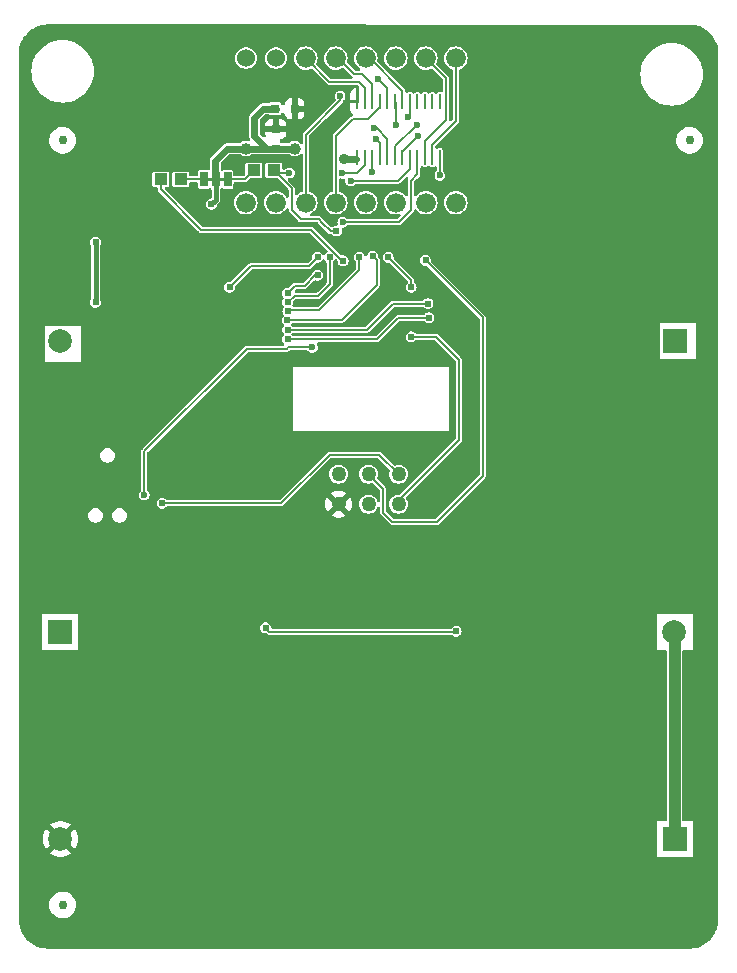
<source format=gbl>
G04 #@! TF.GenerationSoftware,KiCad,Pcbnew,8.99.0-unknown-bf16f757ed~178~ubuntu22.04.1*
G04 #@! TF.CreationDate,2024-04-23T09:45:42-07:00*
G04 #@! TF.ProjectId,rps_v4.0.0,7270735f-7634-42e3-902e-302e6b696361,rev?*
G04 #@! TF.SameCoordinates,PX6b4f310PY82524e0*
G04 #@! TF.FileFunction,Copper,L2,Bot*
G04 #@! TF.FilePolarity,Positive*
%FSLAX46Y46*%
G04 Gerber Fmt 4.6, Leading zero omitted, Abs format (unit mm)*
G04 Created by KiCad (PCBNEW 8.99.0-unknown-bf16f757ed~178~ubuntu22.04.1) date 2024-04-23 09:45:42*
%MOMM*%
%LPD*%
G01*
G04 APERTURE LIST*
G04 Aperture macros list*
%AMRoundRect*
0 Rectangle with rounded corners*
0 $1 Rounding radius*
0 $2 $3 $4 $5 $6 $7 $8 $9 X,Y pos of 4 corners*
0 Add a 4 corners polygon primitive as box body*
4,1,4,$2,$3,$4,$5,$6,$7,$8,$9,$2,$3,0*
0 Add four circle primitives for the rounded corners*
1,1,$1+$1,$2,$3*
1,1,$1+$1,$4,$5*
1,1,$1+$1,$6,$7*
1,1,$1+$1,$8,$9*
0 Add four rect primitives between the rounded corners*
20,1,$1+$1,$2,$3,$4,$5,0*
20,1,$1+$1,$4,$5,$6,$7,0*
20,1,$1+$1,$6,$7,$8,$9,0*
20,1,$1+$1,$8,$9,$2,$3,0*%
G04 Aperture macros list end*
G04 #@! TA.AperFunction,EtchedComponent*
%ADD10C,0.000000*%
G04 #@! TD*
G04 #@! TA.AperFunction,ComponentPad*
%ADD11R,2.000000X2.000000*%
G04 #@! TD*
G04 #@! TA.AperFunction,ComponentPad*
%ADD12C,2.000000*%
G04 #@! TD*
G04 #@! TA.AperFunction,ComponentPad*
%ADD13C,1.676400*%
G04 #@! TD*
G04 #@! TA.AperFunction,ComponentPad*
%ADD14C,1.524000*%
G04 #@! TD*
G04 #@! TA.AperFunction,ComponentPad*
%ADD15C,1.270000*%
G04 #@! TD*
G04 #@! TA.AperFunction,SMDPad,CuDef*
%ADD16RoundRect,0.062500X-0.062500X0.572500X-0.062500X-0.572500X0.062500X-0.572500X0.062500X0.572500X0*%
G04 #@! TD*
G04 #@! TA.AperFunction,SMDPad,CuDef*
%ADD17C,0.750000*%
G04 #@! TD*
G04 #@! TA.AperFunction,SMDPad,CuDef*
%ADD18R,1.100000X1.000000*%
G04 #@! TD*
G04 #@! TA.AperFunction,SMDPad,CuDef*
%ADD19R,0.635000X1.270000*%
G04 #@! TD*
G04 #@! TA.AperFunction,SMDPad,CuDef*
%ADD20R,0.655600X0.800000*%
G04 #@! TD*
G04 #@! TA.AperFunction,SMDPad,CuDef*
%ADD21R,0.800000X0.655600*%
G04 #@! TD*
G04 #@! TA.AperFunction,ViaPad*
%ADD22C,0.600000*%
G04 #@! TD*
G04 #@! TA.AperFunction,ViaPad*
%ADD23C,0.685800*%
G04 #@! TD*
G04 #@! TA.AperFunction,ViaPad*
%ADD24C,0.609600*%
G04 #@! TD*
G04 #@! TA.AperFunction,ViaPad*
%ADD25C,1.000000*%
G04 #@! TD*
G04 #@! TA.AperFunction,ViaPad*
%ADD26C,0.906400*%
G04 #@! TD*
G04 #@! TA.AperFunction,Conductor*
%ADD27C,0.400000*%
G04 #@! TD*
G04 #@! TA.AperFunction,Conductor*
%ADD28C,0.203200*%
G04 #@! TD*
G04 #@! TA.AperFunction,Conductor*
%ADD29C,0.200000*%
G04 #@! TD*
G04 #@! TA.AperFunction,Conductor*
%ADD30C,1.000000*%
G04 #@! TD*
G04 #@! TA.AperFunction,Conductor*
%ADD31C,0.600000*%
G04 #@! TD*
G04 APERTURE END LIST*
D10*
G04 #@! TA.AperFunction,EtchedComponent*
G36*
X17746000Y66165200D02*
G01*
X17339600Y66165200D01*
X17339600Y66419200D01*
X17746000Y66419200D01*
X17746000Y66165200D01*
G37*
G04 #@! TD.AperFunction*
G04 #@! TA.AperFunction,EtchedComponent*
G36*
X18762000Y66165200D02*
G01*
X18355600Y66165200D01*
X18355600Y66419200D01*
X18762000Y66419200D01*
X18762000Y66165200D01*
G37*
G04 #@! TD.AperFunction*
D11*
X4826000Y27980975D03*
D12*
X56816000Y27980975D03*
D13*
X20604800Y64314200D03*
X23144800Y64314200D03*
X25684800Y64314200D03*
X28224800Y64314200D03*
X30764800Y64314200D03*
X33304800Y64314200D03*
X35844800Y64314200D03*
X38384800Y64314200D03*
X38384800Y76554200D03*
X35844800Y76554200D03*
X33304800Y76554200D03*
X30764800Y76554200D03*
X28224800Y76554200D03*
X25684800Y76554200D03*
D14*
X23144800Y76554200D03*
X20604800Y76554200D03*
D15*
X28448000Y41315975D03*
X28448000Y38775975D03*
X30988000Y41315975D03*
X30988000Y38775975D03*
X33528000Y41315975D03*
X33528000Y38775975D03*
D16*
X30045000Y72873111D03*
X30680000Y72873111D03*
X31315000Y72873111D03*
X31950000Y72873111D03*
X32585000Y72873111D03*
X33220000Y72873111D03*
X33855000Y72873111D03*
X34490000Y72873111D03*
X35125000Y72873111D03*
X35760000Y72873111D03*
X36395000Y72873111D03*
X37030000Y72873111D03*
X37030000Y68138611D03*
X36395000Y68138611D03*
X35760000Y68138611D03*
X35125000Y68138611D03*
X34490000Y68138611D03*
X33855000Y68138611D03*
X33220000Y68138611D03*
X32585000Y68138611D03*
X31950000Y68138611D03*
X31315000Y68138611D03*
X30680000Y68138611D03*
X30045000Y68138611D03*
D17*
X5080000Y4866975D03*
D11*
X56896000Y10454975D03*
D12*
X4906000Y10454975D03*
D18*
X13390800Y66292200D03*
X15090800Y66292200D03*
D17*
X58166000Y69596000D03*
D18*
X22964800Y67054200D03*
X21264800Y67054200D03*
D17*
X5080000Y69596000D03*
D19*
X17034800Y66292200D03*
X18050800Y66292200D03*
X19066800Y66292200D03*
D20*
X23073600Y72263000D03*
X24729200Y72263000D03*
D21*
X23130800Y68896400D03*
X23130800Y70552000D03*
D11*
X56896000Y52578000D03*
D12*
X4906000Y52578000D03*
D22*
X12319000Y37084000D03*
X35306000Y58333975D03*
X12522200Y59791600D03*
X43484800Y59359800D03*
X11531600Y38100000D03*
X34620200Y62067775D03*
D23*
X39674800Y71704200D03*
D24*
X23876000Y60706000D03*
D22*
X12776200Y16256000D03*
X10541000Y58039000D03*
X10591800Y60121800D03*
X12471400Y57480200D03*
X28778800Y66802000D03*
X24282400Y66852800D03*
D24*
X28270200Y61915375D03*
X28829000Y59400775D03*
D22*
X31292800Y66878200D03*
X11988800Y39573200D03*
X26238200Y52070000D03*
X31623000Y69713175D03*
X31470600Y70602175D03*
X28575000Y73345375D03*
X31826200Y74803000D03*
X33304800Y70916800D03*
X34366200Y71541975D03*
X37033200Y66619400D03*
X28803600Y62661800D03*
X29464000Y66167000D03*
X35204400Y69992575D03*
X35052000Y70906975D03*
D24*
X36017200Y55778400D03*
X24133008Y53561216D03*
X24125252Y54358528D03*
X31343600Y59781775D03*
X24135614Y52769054D03*
X36093400Y54584600D03*
X30212222Y59703778D03*
X24161702Y55119157D03*
X35814000Y59436000D03*
X7874000Y60960000D03*
X7874000Y55880000D03*
X17678400Y64185800D03*
D25*
X20599400Y68894200D03*
X24739600Y68894200D03*
D26*
X28932000Y68046600D03*
D24*
X24130000Y55880000D03*
X27686000Y59690000D03*
X26670000Y58166000D03*
X38405845Y28022100D03*
X22275800Y28321000D03*
X24130000Y56642003D03*
X13512800Y38862000D03*
X26670000Y59690000D03*
X19227800Y57150000D03*
X34594800Y52974575D03*
X34594800Y57165575D03*
X32645000Y59690000D03*
D27*
X12319000Y37312600D02*
X11531600Y38100000D01*
X12319000Y37084000D02*
X12319000Y37312600D01*
X34620200Y59019775D02*
X34620200Y62067775D01*
X12522200Y57531000D02*
X12471400Y57480200D01*
X12522200Y59791600D02*
X12522200Y57531000D01*
X10591800Y60121800D02*
X10591800Y58089800D01*
X35306000Y58333975D02*
X34620200Y59019775D01*
X10591800Y58089800D02*
X10541000Y58039000D01*
D28*
X25237200Y62915800D02*
X26778400Y62915800D01*
X27778825Y61915375D02*
X27076400Y62617800D01*
X24282400Y66852800D02*
X23166200Y66852800D01*
X30680000Y68138611D02*
X30680000Y67503612D01*
X30680000Y67503612D02*
X29978388Y66802000D01*
X28270200Y61915375D02*
X27778825Y61915375D01*
X24488800Y63664200D02*
X25237200Y62915800D01*
X29978388Y66802000D02*
X28778800Y66802000D01*
X26778400Y62915800D02*
X27076400Y62617800D01*
X26777000Y62917200D02*
X27076400Y62617800D01*
X22964800Y67054200D02*
X24488800Y65530200D01*
X23166200Y66852800D02*
X22964800Y67054200D01*
X24488800Y65530200D02*
X24488800Y63664200D01*
X16662400Y62179200D02*
X13390800Y65450800D01*
X13390800Y65450800D02*
X13390800Y66292200D01*
X31315000Y66900400D02*
X31292800Y66878200D01*
D29*
X16814800Y62026800D02*
X19104000Y62026800D01*
D28*
X28829000Y59400775D02*
X28765488Y59400775D01*
X28765488Y59400775D02*
X26139463Y62026800D01*
D29*
X16662400Y62179200D02*
X16814800Y62026800D01*
D28*
X31315000Y68138611D02*
X31315000Y66900400D01*
X26139463Y62026800D02*
X19104000Y62026800D01*
D29*
X11988800Y39573200D02*
X11988800Y43256800D01*
X24206200Y52070000D02*
X26238200Y52070000D01*
X11988800Y43256800D02*
X20700400Y51968400D01*
X24104600Y51968400D02*
X24206200Y52070000D01*
X20700400Y51968400D02*
X24104600Y51968400D01*
D28*
X31623000Y69713175D02*
X31950000Y69386175D01*
X31950000Y69386175D02*
X31950000Y68138611D01*
X32585000Y69700800D02*
X32585000Y68138611D01*
X31683625Y70602175D02*
X32585000Y69700800D01*
X31470600Y70602175D02*
X31683625Y70602175D01*
X27674425Y74564575D02*
X25684800Y76554200D01*
X30159625Y74564575D02*
X27674425Y74564575D01*
X30680000Y74044200D02*
X30159625Y74564575D01*
X30680000Y72873111D02*
X30680000Y74044200D01*
X28224800Y76554200D02*
X28439575Y76554200D01*
X31315000Y74339175D02*
X31315000Y72873111D01*
X28439575Y76554200D02*
X29768800Y75224975D01*
X29768800Y75224975D02*
X30429200Y75224975D01*
X30429200Y75224975D02*
X31315000Y74339175D01*
X31950000Y72873111D02*
X31950000Y72423781D01*
X29641800Y71374000D02*
X28224800Y69957000D01*
X30900219Y71374000D02*
X29641800Y71374000D01*
X28224800Y69957000D02*
X28224800Y64314200D01*
X31950000Y72423781D02*
X30900219Y71374000D01*
X28575000Y73345375D02*
X28575000Y72974200D01*
X32585000Y74044200D02*
X32585000Y72873111D01*
X28575000Y72974200D02*
X25684800Y70084000D01*
X25684800Y70084000D02*
X25684800Y64314200D01*
X31826200Y74803000D02*
X32585000Y74044200D01*
X33304800Y70916800D02*
X33304800Y72788311D01*
X33304800Y72788311D02*
X33220000Y72873111D01*
X31106575Y76554200D02*
X30764800Y76554200D01*
X33855000Y72873111D02*
X33855000Y73805775D01*
X33855000Y73805775D02*
X31106575Y76554200D01*
X34366200Y71541975D02*
X34490000Y71665775D01*
X34490000Y71665775D02*
X34490000Y72873111D01*
X37033200Y66619400D02*
X37033200Y68135411D01*
X37033200Y68135411D02*
X37030000Y68138611D01*
X38384800Y71227000D02*
X38384800Y76554200D01*
X36395000Y69237200D02*
X38384800Y71227000D01*
X36395000Y68138611D02*
X36395000Y69237200D01*
X35760000Y68138611D02*
X35760000Y69542000D01*
X35760000Y69542000D02*
X37566600Y71348600D01*
X37566600Y71348600D02*
X37566600Y74832400D01*
X37566600Y74832400D02*
X35844800Y76554200D01*
X33553400Y62661800D02*
X34569400Y63677800D01*
X34569400Y66192400D02*
X35125000Y66748000D01*
X34569400Y63677800D02*
X34569400Y66192400D01*
X35125000Y66748000D02*
X35125000Y68138611D01*
X28803600Y62661800D02*
X33553400Y62661800D01*
X29464000Y66167000D02*
X29489400Y66192400D01*
X34490000Y67177281D02*
X34490000Y68138611D01*
X29489400Y66192400D02*
X33505119Y66192400D01*
X33505119Y66192400D02*
X34490000Y67177281D01*
X35204400Y69992575D02*
X33855000Y68643175D01*
X33855000Y68643175D02*
X33855000Y68138611D01*
X35052000Y70906975D02*
X33220000Y69074975D01*
X33220000Y69074975D02*
X33220000Y68138611D01*
X36017200Y55778400D02*
X33080625Y55778400D01*
X33080625Y55778400D02*
X30863441Y53561216D01*
X30863441Y53561216D02*
X24133008Y53561216D01*
X31673800Y59451575D02*
X31673800Y57343375D01*
X31673800Y57343375D02*
X28737225Y54406800D01*
X28737225Y54406800D02*
X24173524Y54406800D01*
X31343600Y59781775D02*
X31673800Y59451575D01*
X24173524Y54406800D02*
X24125252Y54358528D01*
X31683625Y52755800D02*
X24148868Y52755800D01*
X36093400Y54584600D02*
X33512425Y54584600D01*
X24148868Y52755800D02*
X24135614Y52769054D01*
X33512425Y54584600D02*
X31683625Y52755800D01*
X24161702Y55119157D02*
X24303120Y55260575D01*
X30212222Y58650397D02*
X30212222Y59703778D01*
X24303120Y55260575D02*
X26822400Y55260575D01*
X26822400Y55260575D02*
X30212222Y58650397D01*
X32232600Y38064775D02*
X32994600Y37302775D01*
X30988000Y41290575D02*
X32232600Y40045975D01*
X40640000Y41148000D02*
X40640000Y54610000D01*
X30988000Y41315975D02*
X30988000Y41290575D01*
X36794775Y37302775D02*
X40640000Y41148000D01*
X40640000Y54610000D02*
X35814000Y59436000D01*
X32232600Y40045975D02*
X32232600Y38064775D01*
X32994600Y37302775D02*
X36794775Y37302775D01*
D30*
X56896000Y10454975D02*
X56896000Y27900975D01*
D28*
X15090800Y66292200D02*
X17034800Y66292200D01*
X21264800Y67054200D02*
X20502800Y66292200D01*
X20502800Y66292200D02*
X19066800Y66292200D01*
D31*
X22084000Y72273400D02*
X23139400Y72273400D01*
X23130800Y68894200D02*
X20599400Y68894200D01*
X23130800Y68894200D02*
X22418800Y68894200D01*
D27*
X17678400Y64185800D02*
X18050800Y64558200D01*
D31*
X18008600Y67868800D02*
X18008600Y66919175D01*
X28932000Y68046600D02*
X29952989Y68046600D01*
D27*
X18050800Y66292200D02*
X18050800Y66609700D01*
D31*
X21310600Y71500000D02*
X22084000Y72273400D01*
X19034000Y68894200D02*
X18008600Y67868800D01*
X22418800Y68894200D02*
X21310600Y70002400D01*
D27*
X7874000Y60960000D02*
X7874000Y55880000D01*
D31*
X20599400Y68894200D02*
X19034000Y68894200D01*
D27*
X18050800Y64558200D02*
X18050800Y66292200D01*
D31*
X21310600Y70002400D02*
X21310600Y71500000D01*
X24739600Y68894200D02*
X23130800Y68894200D01*
D28*
X24158260Y55880000D02*
X24732635Y56454375D01*
X26746200Y56454375D02*
X27686000Y57394175D01*
X24732635Y56454375D02*
X26746200Y56454375D01*
X24130000Y55880000D02*
X24158260Y55880000D01*
X27686000Y57394175D02*
X27686000Y59690000D01*
X38380445Y27996700D02*
X22600100Y27996700D01*
X24130000Y56642003D02*
X24755172Y57267175D01*
X38405845Y28022100D02*
X38380445Y27996700D01*
X25577800Y57267175D02*
X26476625Y58166000D01*
X24755172Y57267175D02*
X25577800Y57267175D01*
X26476625Y58166000D02*
X26670000Y58166000D01*
X22600100Y27996700D02*
X22275800Y28321000D01*
X13512800Y38862000D02*
X23555625Y38862000D01*
X23555625Y38862000D02*
X27686000Y42992375D01*
X31851600Y42992375D02*
X33528000Y41315975D01*
X21005800Y58928000D02*
X25908000Y58928000D01*
X19227800Y57150000D02*
X21005800Y58928000D01*
X25908000Y58928000D02*
X26670000Y59690000D01*
X27686000Y42992375D02*
X31851600Y42992375D01*
X36687425Y52974575D02*
X38633400Y51028600D01*
X34594800Y57740200D02*
X32645000Y59690000D01*
X38633400Y51028600D02*
X38633400Y44221400D01*
X33528000Y39116000D02*
X33528000Y38775975D01*
X34594800Y52974575D02*
X36687425Y52974575D01*
X38633400Y44221400D02*
X33528000Y39116000D01*
X34594800Y57165575D02*
X34594800Y57740200D01*
G04 #@! TA.AperFunction,Conductor*
G36*
X58106152Y79399931D02*
G01*
X58106176Y79399927D01*
X58120589Y79399927D01*
X58143967Y79399927D01*
X58144197Y79399927D01*
X58151708Y79399699D01*
X58167565Y79398737D01*
X58437355Y79382364D01*
X58452249Y79380549D01*
X58730014Y79329488D01*
X58744590Y79325885D01*
X58910833Y79273915D01*
X59014140Y79241620D01*
X59028176Y79236279D01*
X59285552Y79120051D01*
X59298840Y79113053D01*
X59540292Y78966555D01*
X59552636Y78958001D01*
X59774594Y78783398D01*
X59785814Y78773415D01*
X59888956Y78669790D01*
X59985045Y78573252D01*
X59994975Y78561986D01*
X60168546Y78339206D01*
X60177034Y78326834D01*
X60260873Y78187187D01*
X60322403Y78084699D01*
X60329339Y78071379D01*
X60444367Y77813456D01*
X60449642Y77799395D01*
X60532644Y77529462D01*
X60536181Y77514866D01*
X60585943Y77236870D01*
X60587689Y77221954D01*
X60603689Y76936233D01*
X60603882Y76928726D01*
X60603703Y76890081D01*
X60603899Y76888570D01*
X60604084Y3655148D01*
X60604084Y3631506D01*
X60603861Y3624075D01*
X60586801Y3339893D01*
X60585024Y3325141D01*
X60534757Y3048691D01*
X60531227Y3034256D01*
X60448254Y2765813D01*
X60443023Y2751904D01*
X60328533Y2495312D01*
X60321676Y2482129D01*
X60177312Y2241071D01*
X60168927Y2228803D01*
X59996768Y2006750D01*
X59986976Y1995573D01*
X59789485Y1795703D01*
X59778426Y1785778D01*
X59558449Y1610971D01*
X59546282Y1602440D01*
X59306978Y1455204D01*
X59293878Y1448189D01*
X59038671Y1330632D01*
X59024826Y1325235D01*
X58757393Y1239052D01*
X58743002Y1235350D01*
X58467180Y1181777D01*
X58452449Y1179823D01*
X58168993Y1159397D01*
X58160081Y1159076D01*
X3814847Y1159076D01*
X3806518Y1159356D01*
X3523597Y1178403D01*
X3508812Y1180296D01*
X3233402Y1232550D01*
X3218949Y1236205D01*
X2951821Y1321125D01*
X2937913Y1326486D01*
X2682897Y1442849D01*
X2669732Y1449841D01*
X2430513Y1595970D01*
X2418281Y1604492D01*
X2410080Y1610971D01*
X2369563Y1642983D01*
X2198334Y1778266D01*
X2187215Y1788193D01*
X1989713Y1987099D01*
X1979864Y1998289D01*
X1807648Y2219469D01*
X1799214Y2231760D01*
X1654791Y2471995D01*
X1647892Y2485209D01*
X1591724Y2610649D01*
X1533331Y2741058D01*
X1528075Y2754987D01*
X1445042Y3022739D01*
X1441495Y3037200D01*
X1391194Y3312969D01*
X1389406Y3327763D01*
X1372260Y3612545D01*
X1372037Y3619980D01*
X1372037Y3627790D01*
X1372038Y3642382D01*
X1372037Y3642383D01*
X1372038Y3656807D01*
X1372037Y3656825D01*
X1372038Y4866976D01*
X3949678Y4866976D01*
X3949678Y4866975D01*
X3968923Y4659284D01*
X3968923Y4659282D01*
X3968924Y4659279D01*
X4026006Y4458656D01*
X4118981Y4271937D01*
X4244682Y4105482D01*
X4398829Y3964959D01*
X4576172Y3855152D01*
X4770673Y3779802D01*
X4975707Y3741475D01*
X4975710Y3741475D01*
X5184290Y3741475D01*
X5184293Y3741475D01*
X5389327Y3779802D01*
X5583828Y3855152D01*
X5761171Y3964959D01*
X5915318Y4105482D01*
X6041019Y4271937D01*
X6133994Y4458656D01*
X6191076Y4659279D01*
X6210322Y4866975D01*
X6191076Y5074671D01*
X6133994Y5275294D01*
X6041019Y5462013D01*
X5915318Y5628468D01*
X5761171Y5768991D01*
X5583828Y5878798D01*
X5583827Y5878799D01*
X5441609Y5933894D01*
X5389327Y5954148D01*
X5184293Y5992475D01*
X4975707Y5992475D01*
X4770673Y5954148D01*
X4770670Y5954148D01*
X4770670Y5954147D01*
X4576172Y5878799D01*
X4576171Y5878798D01*
X4398827Y5768990D01*
X4244683Y5628470D01*
X4118981Y5462014D01*
X4026007Y5275298D01*
X3968923Y5074667D01*
X3949678Y4866976D01*
X1372038Y4866976D01*
X1372041Y8890000D01*
X1372042Y10454981D01*
X3400859Y10454981D01*
X3400859Y10454970D01*
X3421385Y10207246D01*
X3421387Y10207237D01*
X3482412Y9966258D01*
X3582266Y9738611D01*
X3682564Y9585093D01*
X4414871Y10317400D01*
X4430755Y10258122D01*
X4497898Y10141828D01*
X4592853Y10046873D01*
X4709147Y9979730D01*
X4768424Y9963847D01*
X4035942Y9231366D01*
X4082768Y9194920D01*
X4082770Y9194919D01*
X4301385Y9076611D01*
X4301396Y9076606D01*
X4536506Y8995892D01*
X4781707Y8954975D01*
X5030293Y8954975D01*
X5275493Y8995892D01*
X5510603Y9076606D01*
X5510614Y9076611D01*
X5729228Y9194918D01*
X5729231Y9194920D01*
X5776056Y9231366D01*
X5043575Y9963847D01*
X5102853Y9979730D01*
X5219147Y10046873D01*
X5314102Y10141828D01*
X5381245Y10258122D01*
X5397127Y10317400D01*
X6129434Y9585093D01*
X6229731Y9738606D01*
X6329587Y9966258D01*
X6390612Y10207237D01*
X6390614Y10207246D01*
X6411141Y10454970D01*
X6411141Y10454981D01*
X6390614Y10702705D01*
X6390612Y10702714D01*
X6329587Y10943693D01*
X6229731Y11171345D01*
X6129434Y11324859D01*
X5397127Y10592552D01*
X5381245Y10651828D01*
X5314102Y10768122D01*
X5219147Y10863077D01*
X5102853Y10930220D01*
X5043575Y10946103D01*
X5776057Y11678585D01*
X5776056Y11678586D01*
X5729229Y11715032D01*
X5510614Y11833340D01*
X5510603Y11833345D01*
X5275493Y11914059D01*
X5030293Y11954975D01*
X4781707Y11954975D01*
X4536506Y11914059D01*
X4301396Y11833345D01*
X4301390Y11833343D01*
X4082761Y11715026D01*
X4035942Y11678587D01*
X4035942Y11678585D01*
X4768424Y10946104D01*
X4709147Y10930220D01*
X4592853Y10863077D01*
X4497898Y10768122D01*
X4430755Y10651828D01*
X4414872Y10592551D01*
X3682564Y11324859D01*
X3582267Y11171343D01*
X3482412Y10943693D01*
X3421387Y10702714D01*
X3421385Y10702705D01*
X3400859Y10454981D01*
X1372042Y10454981D01*
X1372056Y26416000D01*
X3302000Y26416000D01*
X6350000Y26416000D01*
X6350000Y26456975D01*
X55372000Y26456975D01*
X56119100Y26456975D01*
X56186139Y26437290D01*
X56231894Y26384486D01*
X56243100Y26332975D01*
X56243100Y12062000D01*
X56223415Y11994961D01*
X56170611Y11949206D01*
X56119100Y11938000D01*
X55372000Y11938000D01*
X55372000Y8890000D01*
X58420000Y8890000D01*
X58420000Y11938000D01*
X57672900Y11938000D01*
X57605861Y11957685D01*
X57560106Y12010489D01*
X57548900Y12062000D01*
X57548900Y26332975D01*
X57568585Y26400014D01*
X57621389Y26445769D01*
X57672900Y26456975D01*
X58420000Y26456975D01*
X58420000Y29504975D01*
X55372000Y29504975D01*
X55372000Y26456975D01*
X6350000Y26456975D01*
X6350000Y28321000D01*
X21813393Y28321000D01*
X21832123Y28190727D01*
X21832124Y28190722D01*
X21886797Y28071006D01*
X21886798Y28071004D01*
X21972988Y27971536D01*
X22083709Y27900380D01*
X22083712Y27900379D01*
X22083711Y27900379D01*
X22209990Y27863301D01*
X22209992Y27863300D01*
X22322220Y27863300D01*
X22389259Y27843615D01*
X22409901Y27826981D01*
X22455937Y27780945D01*
X22521897Y27753624D01*
X22521898Y27753623D01*
X22549473Y27742201D01*
X22549474Y27742201D01*
X22549476Y27742200D01*
X22549477Y27742200D01*
X37986126Y27742200D01*
X38053165Y27722515D01*
X38079838Y27699404D01*
X38103033Y27672636D01*
X38213754Y27601480D01*
X38213757Y27601479D01*
X38213756Y27601479D01*
X38340035Y27564401D01*
X38340037Y27564400D01*
X38340038Y27564400D01*
X38471653Y27564400D01*
X38471653Y27564401D01*
X38597936Y27601480D01*
X38708657Y27672636D01*
X38794847Y27772104D01*
X38849521Y27891825D01*
X38868252Y28022100D01*
X38849521Y28152375D01*
X38849520Y28152376D01*
X38849520Y28152379D01*
X38794847Y28272095D01*
X38794847Y28272096D01*
X38708657Y28371564D01*
X38597936Y28442720D01*
X38597934Y28442721D01*
X38597932Y28442722D01*
X38597933Y28442722D01*
X38471654Y28479800D01*
X38471652Y28479800D01*
X38340038Y28479800D01*
X38340035Y28479800D01*
X38213756Y28442722D01*
X38103034Y28371565D01*
X38103033Y28371565D01*
X38103033Y28371564D01*
X38035819Y28293997D01*
X37977042Y28256223D01*
X37942108Y28251200D01*
X22855689Y28251200D01*
X22788650Y28270885D01*
X22742895Y28323689D01*
X22732951Y28357553D01*
X22730936Y28371565D01*
X22719476Y28451275D01*
X22719475Y28451279D01*
X22664802Y28570995D01*
X22664802Y28570996D01*
X22578612Y28670464D01*
X22467891Y28741620D01*
X22467889Y28741621D01*
X22467887Y28741622D01*
X22467888Y28741622D01*
X22341609Y28778700D01*
X22341607Y28778700D01*
X22209993Y28778700D01*
X22209990Y28778700D01*
X22083711Y28741622D01*
X21972989Y28670465D01*
X21886799Y28570998D01*
X21886797Y28570995D01*
X21832124Y28451279D01*
X21832123Y28451274D01*
X21813393Y28321000D01*
X6350000Y28321000D01*
X6350000Y29464000D01*
X3302000Y29464000D01*
X3302000Y26416000D01*
X1372056Y26416000D01*
X1372066Y37907345D01*
X7251200Y37907345D01*
X7251200Y37784656D01*
X7275132Y37664344D01*
X7275134Y37664336D01*
X7322080Y37550997D01*
X7322085Y37550988D01*
X7390239Y37448989D01*
X7390242Y37448985D01*
X7476984Y37362243D01*
X7476988Y37362240D01*
X7578987Y37294086D01*
X7578993Y37294083D01*
X7578994Y37294082D01*
X7692336Y37247134D01*
X7812655Y37223201D01*
X7812658Y37223200D01*
X7812660Y37223200D01*
X7935342Y37223200D01*
X7935343Y37223201D01*
X8055664Y37247134D01*
X8169006Y37294082D01*
X8271012Y37362240D01*
X8357760Y37448988D01*
X8425918Y37550994D01*
X8472866Y37664336D01*
X8496800Y37784660D01*
X8496800Y37907340D01*
X8496800Y37907343D01*
X8496799Y37907345D01*
X9283200Y37907345D01*
X9283200Y37784656D01*
X9307132Y37664344D01*
X9307134Y37664336D01*
X9354080Y37550997D01*
X9354085Y37550988D01*
X9422239Y37448989D01*
X9422242Y37448985D01*
X9508984Y37362243D01*
X9508988Y37362240D01*
X9610987Y37294086D01*
X9610993Y37294083D01*
X9610994Y37294082D01*
X9724336Y37247134D01*
X9844655Y37223201D01*
X9844658Y37223200D01*
X9844660Y37223200D01*
X9967342Y37223200D01*
X9967343Y37223201D01*
X10087664Y37247134D01*
X10201006Y37294082D01*
X10303012Y37362240D01*
X10389760Y37448988D01*
X10457918Y37550994D01*
X10504866Y37664336D01*
X10528800Y37784660D01*
X10528800Y37907340D01*
X10528800Y37907343D01*
X10528799Y37907345D01*
X10507554Y38014149D01*
X10504866Y38027664D01*
X10457918Y38141006D01*
X10457917Y38141007D01*
X10457914Y38141013D01*
X10389760Y38243012D01*
X10389757Y38243016D01*
X10303015Y38329758D01*
X10303011Y38329761D01*
X10201012Y38397915D01*
X10201003Y38397920D01*
X10087664Y38444866D01*
X10087656Y38444868D01*
X9967343Y38468800D01*
X9967340Y38468800D01*
X9844660Y38468800D01*
X9844657Y38468800D01*
X9724343Y38444868D01*
X9724335Y38444866D01*
X9610996Y38397920D01*
X9610987Y38397915D01*
X9508988Y38329761D01*
X9508984Y38329758D01*
X9422242Y38243016D01*
X9422239Y38243012D01*
X9354085Y38141013D01*
X9354080Y38141004D01*
X9307134Y38027665D01*
X9307132Y38027657D01*
X9283200Y37907345D01*
X8496799Y37907345D01*
X8475554Y38014149D01*
X8472866Y38027664D01*
X8425918Y38141006D01*
X8425917Y38141007D01*
X8425914Y38141013D01*
X8357760Y38243012D01*
X8357757Y38243016D01*
X8271015Y38329758D01*
X8271011Y38329761D01*
X8169012Y38397915D01*
X8169003Y38397920D01*
X8055664Y38444866D01*
X8055656Y38444868D01*
X7935343Y38468800D01*
X7935340Y38468800D01*
X7812660Y38468800D01*
X7812657Y38468800D01*
X7692343Y38444868D01*
X7692335Y38444866D01*
X7578996Y38397920D01*
X7578987Y38397915D01*
X7476988Y38329761D01*
X7476984Y38329758D01*
X7390242Y38243016D01*
X7390239Y38243012D01*
X7322085Y38141013D01*
X7322080Y38141004D01*
X7275134Y38027665D01*
X7275132Y38027657D01*
X7251200Y37907345D01*
X1372066Y37907345D01*
X1372067Y38862000D01*
X13050393Y38862000D01*
X13069123Y38731727D01*
X13069124Y38731722D01*
X13123057Y38613627D01*
X13123798Y38612004D01*
X13209988Y38512536D01*
X13320709Y38441380D01*
X13320712Y38441379D01*
X13320711Y38441379D01*
X13446990Y38404301D01*
X13446992Y38404300D01*
X13446993Y38404300D01*
X13578608Y38404300D01*
X13578608Y38404301D01*
X13704891Y38441380D01*
X13815612Y38512536D01*
X13849621Y38551784D01*
X13860816Y38564703D01*
X13919594Y38602477D01*
X13954528Y38607500D01*
X23606246Y38607500D01*
X23606248Y38607500D01*
X23653018Y38626873D01*
X23699785Y38646243D01*
X23699786Y38646245D01*
X23699788Y38646245D01*
X23829519Y38775976D01*
X27308138Y38775976D01*
X27308138Y38775975D01*
X27327545Y38566531D01*
X27385111Y38364206D01*
X27478871Y38175913D01*
X27485545Y38167076D01*
X27958504Y38640034D01*
X27974619Y38579894D01*
X28041498Y38464055D01*
X28136080Y38369473D01*
X28251919Y38302594D01*
X28312057Y38286481D01*
X27841887Y37816312D01*
X27939918Y37755613D01*
X27939920Y37755612D01*
X28136063Y37679627D01*
X28342829Y37640975D01*
X28553171Y37640975D01*
X28759935Y37679627D01*
X28759936Y37679627D01*
X28956079Y37755612D01*
X28956080Y37755613D01*
X29054110Y37816311D01*
X29054111Y37816312D01*
X28583942Y38286481D01*
X28644081Y38302594D01*
X28759920Y38369473D01*
X28854502Y38464055D01*
X28921381Y38579894D01*
X28937495Y38640033D01*
X29410452Y38167076D01*
X29410453Y38167076D01*
X29417128Y38175914D01*
X29510888Y38364206D01*
X29568454Y38566531D01*
X29587862Y38775975D01*
X29587862Y38775976D01*
X29568454Y38985420D01*
X29510888Y39187745D01*
X29417130Y39376034D01*
X29417128Y39376038D01*
X29410453Y39384876D01*
X29410452Y39384877D01*
X28937494Y38911919D01*
X28921381Y38972056D01*
X28854502Y39087895D01*
X28759920Y39182477D01*
X28644081Y39249356D01*
X28583942Y39265470D01*
X29054111Y39735640D01*
X29054110Y39735641D01*
X28956083Y39796337D01*
X28956077Y39796339D01*
X28759936Y39872324D01*
X28553171Y39910975D01*
X28342829Y39910975D01*
X28136064Y39872324D01*
X28136063Y39872324D01*
X27939923Y39796340D01*
X27841887Y39735640D01*
X28312057Y39265470D01*
X28251919Y39249356D01*
X28136080Y39182477D01*
X28041498Y39087895D01*
X27974619Y38972056D01*
X27958504Y38911918D01*
X27485546Y39384876D01*
X27485545Y39384876D01*
X27478870Y39376036D01*
X27385111Y39187745D01*
X27327545Y38985420D01*
X27308138Y38775976D01*
X23829519Y38775976D01*
X26369521Y41315979D01*
X27655115Y41315979D01*
X27655115Y41315972D01*
X27674992Y41139550D01*
X27674993Y41139544D01*
X27733634Y40971956D01*
X27769544Y40914807D01*
X27828098Y40821619D01*
X27953644Y40696073D01*
X28103980Y40601610D01*
X28271566Y40542969D01*
X28271572Y40542969D01*
X28271574Y40542968D01*
X28447996Y40523090D01*
X28448000Y40523090D01*
X28448004Y40523090D01*
X28624425Y40542968D01*
X28624424Y40542968D01*
X28624434Y40542969D01*
X28792020Y40601610D01*
X28942356Y40696073D01*
X29067902Y40821619D01*
X29162365Y40971955D01*
X29221006Y41139541D01*
X29240885Y41315975D01*
X29240885Y41315979D01*
X30195115Y41315979D01*
X30195115Y41315972D01*
X30214992Y41139550D01*
X30214993Y41139544D01*
X30273634Y40971956D01*
X30309544Y40914807D01*
X30368098Y40821619D01*
X30493644Y40696073D01*
X30643980Y40601610D01*
X30811566Y40542969D01*
X30811572Y40542969D01*
X30811574Y40542968D01*
X30987996Y40523090D01*
X30988000Y40523090D01*
X30988004Y40523090D01*
X31164425Y40542968D01*
X31164424Y40542968D01*
X31164434Y40542969D01*
X31247388Y40571997D01*
X31317163Y40575559D01*
X31376021Y40542636D01*
X31941781Y39976877D01*
X31975266Y39915554D01*
X31978100Y39889196D01*
X31978100Y39061802D01*
X31958415Y38994763D01*
X31905611Y38949008D01*
X31836453Y38939064D01*
X31772897Y38968089D01*
X31737058Y39020848D01*
X31702365Y39119995D01*
X31607902Y39270331D01*
X31482355Y39395878D01*
X31332019Y39490341D01*
X31164431Y39548982D01*
X31164425Y39548983D01*
X30988004Y39568860D01*
X30987996Y39568860D01*
X30811574Y39548983D01*
X30811568Y39548982D01*
X30643980Y39490341D01*
X30493644Y39395878D01*
X30368097Y39270331D01*
X30273634Y39119995D01*
X30214993Y38952407D01*
X30214992Y38952401D01*
X30195115Y38775979D01*
X30195115Y38775972D01*
X30214992Y38599550D01*
X30214993Y38599544D01*
X30273634Y38431956D01*
X30337849Y38329760D01*
X30368098Y38281619D01*
X30493644Y38156073D01*
X30643980Y38061610D01*
X30811566Y38002969D01*
X30811572Y38002969D01*
X30811574Y38002968D01*
X30987996Y37983090D01*
X30988000Y37983090D01*
X30988004Y37983090D01*
X31164425Y38002968D01*
X31164424Y38002968D01*
X31164434Y38002969D01*
X31332020Y38061610D01*
X31482356Y38156073D01*
X31607902Y38281619D01*
X31702365Y38431955D01*
X31737058Y38531105D01*
X31777780Y38587879D01*
X31842732Y38613627D01*
X31911294Y38600171D01*
X31961697Y38551784D01*
X31978100Y38490149D01*
X31978100Y38014154D01*
X31978101Y38014149D01*
X32016842Y37920615D01*
X32016845Y37920612D01*
X32850437Y37087020D01*
X32943977Y37048274D01*
X32943978Y37048274D01*
X33059657Y37048274D01*
X33059665Y37048275D01*
X36845396Y37048275D01*
X36845398Y37048275D01*
X36892168Y37067648D01*
X36938935Y37087018D01*
X36938936Y37087020D01*
X36938938Y37087020D01*
X40766721Y40914806D01*
X40766724Y40914807D01*
X40784162Y40932245D01*
X40784163Y40932245D01*
X40855755Y41003837D01*
X40855755Y41003839D01*
X40855757Y41003840D01*
X40875127Y41050607D01*
X40894500Y41097377D01*
X40894500Y51054000D01*
X55626000Y51054000D01*
X58674000Y51054000D01*
X58674000Y54102000D01*
X55626000Y54102000D01*
X55626000Y51054000D01*
X40894500Y51054000D01*
X40894500Y54544935D01*
X40894501Y54544944D01*
X40894501Y54660622D01*
X40894501Y54660623D01*
X40855755Y54754163D01*
X36307413Y59302505D01*
X36273928Y59363828D01*
X36272357Y59407835D01*
X36276407Y59436000D01*
X36257676Y59566275D01*
X36257675Y59566276D01*
X36257675Y59566279D01*
X36219088Y59650773D01*
X36203002Y59685996D01*
X36116812Y59785464D01*
X36006091Y59856620D01*
X36006089Y59856621D01*
X36006087Y59856622D01*
X36006088Y59856622D01*
X35879809Y59893700D01*
X35879807Y59893700D01*
X35748193Y59893700D01*
X35748190Y59893700D01*
X35621911Y59856622D01*
X35511189Y59785465D01*
X35511188Y59785465D01*
X35511188Y59785464D01*
X35497911Y59770142D01*
X35424999Y59685998D01*
X35424997Y59685995D01*
X35370324Y59566279D01*
X35370323Y59566274D01*
X35351593Y59436000D01*
X35370323Y59305727D01*
X35370324Y59305722D01*
X35410012Y59218819D01*
X35424998Y59186004D01*
X35511188Y59086536D01*
X35621909Y59015380D01*
X35621912Y59015379D01*
X35621911Y59015379D01*
X35719906Y58986606D01*
X35741875Y58980155D01*
X35748190Y58978301D01*
X35748192Y58978300D01*
X35860420Y58978300D01*
X35927459Y58958615D01*
X35948101Y58941981D01*
X40349181Y54540901D01*
X40382666Y54479578D01*
X40385500Y54453220D01*
X40385500Y41304780D01*
X40365815Y41237741D01*
X40349181Y41217099D01*
X36725676Y37593594D01*
X36664353Y37560109D01*
X36637995Y37557275D01*
X33151380Y37557275D01*
X33084341Y37576960D01*
X33063699Y37593594D01*
X32523419Y38133874D01*
X32489934Y38195197D01*
X32487100Y38221555D01*
X32487100Y38775979D01*
X32735115Y38775979D01*
X32735115Y38775972D01*
X32754992Y38599550D01*
X32754993Y38599544D01*
X32813634Y38431956D01*
X32877849Y38329760D01*
X32908098Y38281619D01*
X33033644Y38156073D01*
X33183980Y38061610D01*
X33351566Y38002969D01*
X33351572Y38002969D01*
X33351574Y38002968D01*
X33527996Y37983090D01*
X33528000Y37983090D01*
X33528004Y37983090D01*
X33704425Y38002968D01*
X33704424Y38002968D01*
X33704434Y38002969D01*
X33872020Y38061610D01*
X34022356Y38156073D01*
X34147902Y38281619D01*
X34242365Y38431955D01*
X34301006Y38599541D01*
X34315899Y38731722D01*
X34320885Y38775972D01*
X34320885Y38775979D01*
X34301007Y38952401D01*
X34301006Y38952407D01*
X34301006Y38952409D01*
X34242365Y39119995D01*
X34219118Y39156992D01*
X34159743Y39251487D01*
X34140743Y39318724D01*
X34161111Y39385559D01*
X34177051Y39405135D01*
X38849155Y44077237D01*
X38887901Y44170777D01*
X38887901Y44272023D01*
X38887901Y44282012D01*
X38887900Y44282026D01*
X38887900Y51079222D01*
X38887898Y51079227D01*
X38849157Y51172761D01*
X38770498Y51251420D01*
X38770491Y51251426D01*
X36831587Y53190331D01*
X36831585Y53190333D01*
X36738051Y53229074D01*
X36738049Y53229075D01*
X36738048Y53229075D01*
X36738046Y53229075D01*
X35036528Y53229075D01*
X34969489Y53248760D01*
X34942816Y53271872D01*
X34897614Y53324037D01*
X34897611Y53324040D01*
X34854974Y53351441D01*
X34786891Y53395195D01*
X34786889Y53395196D01*
X34786887Y53395197D01*
X34786888Y53395197D01*
X34660609Y53432275D01*
X34660607Y53432275D01*
X34528993Y53432275D01*
X34528990Y53432275D01*
X34402711Y53395197D01*
X34291989Y53324040D01*
X34205799Y53224573D01*
X34205797Y53224570D01*
X34151124Y53104854D01*
X34151123Y53104849D01*
X34132393Y52974575D01*
X34151123Y52844302D01*
X34151124Y52844297D01*
X34185487Y52769054D01*
X34205798Y52724579D01*
X34291988Y52625111D01*
X34402709Y52553955D01*
X34402712Y52553954D01*
X34402711Y52553954D01*
X34450089Y52540043D01*
X34521558Y52519058D01*
X34528990Y52516876D01*
X34528992Y52516875D01*
X34528993Y52516875D01*
X34660608Y52516875D01*
X34660608Y52516876D01*
X34786891Y52553955D01*
X34897612Y52625111D01*
X34915527Y52645787D01*
X34942816Y52677278D01*
X35001594Y52715052D01*
X35036528Y52720075D01*
X36530645Y52720075D01*
X36597684Y52700390D01*
X36618326Y52683756D01*
X38342581Y50959502D01*
X38376066Y50898179D01*
X38378900Y50871821D01*
X38378900Y44378181D01*
X38359215Y44311142D01*
X38342581Y44290500D01*
X33653754Y39601674D01*
X33592431Y39568189D01*
X33552190Y39566135D01*
X33528003Y39568860D01*
X33527996Y39568860D01*
X33351574Y39548983D01*
X33351568Y39548982D01*
X33183980Y39490341D01*
X33033644Y39395878D01*
X32908097Y39270331D01*
X32813634Y39119995D01*
X32754993Y38952407D01*
X32754992Y38952401D01*
X32735115Y38775979D01*
X32487100Y38775979D01*
X32487100Y40096597D01*
X32487098Y40096602D01*
X32448357Y40190136D01*
X32369698Y40268795D01*
X32369691Y40268801D01*
X31748171Y40890321D01*
X31714686Y40951644D01*
X31718810Y41018955D01*
X31761006Y41139541D01*
X31780885Y41315975D01*
X31761006Y41492409D01*
X31702365Y41659995D01*
X31607902Y41810331D01*
X31482356Y41935877D01*
X31482355Y41935878D01*
X31332019Y42030341D01*
X31164431Y42088982D01*
X31164425Y42088983D01*
X30988004Y42108860D01*
X30987996Y42108860D01*
X30811574Y42088983D01*
X30811568Y42088982D01*
X30643980Y42030341D01*
X30493644Y41935878D01*
X30368097Y41810331D01*
X30273634Y41659995D01*
X30214993Y41492407D01*
X30214992Y41492401D01*
X30195115Y41315979D01*
X29240885Y41315979D01*
X29221006Y41492409D01*
X29162365Y41659995D01*
X29067902Y41810331D01*
X28942356Y41935877D01*
X28942355Y41935878D01*
X28792019Y42030341D01*
X28624431Y42088982D01*
X28624425Y42088983D01*
X28448004Y42108860D01*
X28447996Y42108860D01*
X28271574Y42088983D01*
X28271568Y42088982D01*
X28103980Y42030341D01*
X27953644Y41935878D01*
X27828097Y41810331D01*
X27733634Y41659995D01*
X27674993Y41492407D01*
X27674992Y41492401D01*
X27655115Y41315979D01*
X26369521Y41315979D01*
X27755098Y42701557D01*
X27816421Y42735041D01*
X27842779Y42737875D01*
X31694820Y42737875D01*
X31761859Y42718190D01*
X31782501Y42701556D01*
X32761243Y41722814D01*
X32794728Y41661491D01*
X32790604Y41594180D01*
X32754994Y41492410D01*
X32754992Y41492401D01*
X32735115Y41315979D01*
X32735115Y41315972D01*
X32754992Y41139550D01*
X32754993Y41139544D01*
X32813634Y40971956D01*
X32849544Y40914807D01*
X32908098Y40821619D01*
X33033644Y40696073D01*
X33183980Y40601610D01*
X33351566Y40542969D01*
X33351572Y40542969D01*
X33351574Y40542968D01*
X33527996Y40523090D01*
X33528000Y40523090D01*
X33528004Y40523090D01*
X33704425Y40542968D01*
X33704424Y40542968D01*
X33704434Y40542969D01*
X33872020Y40601610D01*
X34022356Y40696073D01*
X34147902Y40821619D01*
X34242365Y40971955D01*
X34301006Y41139541D01*
X34320885Y41315975D01*
X34301006Y41492409D01*
X34242365Y41659995D01*
X34147902Y41810331D01*
X34022356Y41935877D01*
X34022355Y41935878D01*
X33872019Y42030341D01*
X33704431Y42088982D01*
X33704425Y42088983D01*
X33528004Y42108860D01*
X33527996Y42108860D01*
X33351574Y42088983D01*
X33351565Y42088981D01*
X33249795Y42053371D01*
X33180016Y42049810D01*
X33121161Y42082732D01*
X31995760Y43208133D01*
X31902226Y43246874D01*
X31902224Y43246875D01*
X31902223Y43246875D01*
X27635377Y43246875D01*
X27635375Y43246875D01*
X27635373Y43246874D01*
X27541839Y43208133D01*
X27541837Y43208131D01*
X23486526Y39152819D01*
X23425203Y39119334D01*
X23398845Y39116500D01*
X13954528Y39116500D01*
X13887489Y39136185D01*
X13860816Y39159297D01*
X13815614Y39211462D01*
X13815611Y39211465D01*
X13753335Y39251487D01*
X13704891Y39282620D01*
X13704889Y39282621D01*
X13704887Y39282622D01*
X13704888Y39282622D01*
X13578609Y39319700D01*
X13578607Y39319700D01*
X13446993Y39319700D01*
X13446990Y39319700D01*
X13320711Y39282622D01*
X13209989Y39211465D01*
X13123799Y39111998D01*
X13123797Y39111995D01*
X13069124Y38992279D01*
X13069123Y38992274D01*
X13050393Y38862000D01*
X1372067Y38862000D01*
X1372067Y39573200D01*
X11531243Y39573200D01*
X11549776Y39444292D01*
X11580949Y39376034D01*
X11603879Y39325826D01*
X11689164Y39227401D01*
X11689166Y39227400D01*
X11689166Y39227399D01*
X11732988Y39199238D01*
X11798724Y39156992D01*
X11892256Y39129528D01*
X11923682Y39120300D01*
X11923683Y39120300D01*
X12053918Y39120300D01*
X12073425Y39126029D01*
X12178876Y39156992D01*
X12288436Y39227401D01*
X12373721Y39325826D01*
X12427823Y39444291D01*
X12446357Y39573200D01*
X12427823Y39702109D01*
X12373721Y39820574D01*
X12373719Y39820576D01*
X12373718Y39820579D01*
X12288438Y39918998D01*
X12284499Y39922411D01*
X12246724Y39981188D01*
X12241700Y40016125D01*
X12241700Y43100684D01*
X12261385Y43167723D01*
X12278019Y43188365D01*
X14091654Y45002000D01*
X24593900Y45002000D01*
X37793900Y45002000D01*
X37793900Y50402000D01*
X24593900Y50402000D01*
X24593900Y45002000D01*
X14091654Y45002000D01*
X20768835Y51679181D01*
X20830158Y51712666D01*
X20856516Y51715500D01*
X24039853Y51715500D01*
X24039861Y51715499D01*
X24054295Y51715499D01*
X24154905Y51715499D01*
X24182129Y51726777D01*
X24193407Y51731448D01*
X24193409Y51731450D01*
X24247857Y51754001D01*
X24247858Y51754002D01*
X24274638Y51780781D01*
X24335961Y51814266D01*
X24362319Y51817100D01*
X25801438Y51817100D01*
X25868477Y51797415D01*
X25895149Y51774305D01*
X25938564Y51724201D01*
X25938566Y51724200D01*
X25938566Y51724199D01*
X25982388Y51696038D01*
X26048124Y51653792D01*
X26149965Y51623888D01*
X26173082Y51617100D01*
X26173083Y51617100D01*
X26303318Y51617100D01*
X26322825Y51622829D01*
X26428276Y51653792D01*
X26537836Y51724201D01*
X26623121Y51822626D01*
X26677223Y51941091D01*
X26695757Y52070000D01*
X26677223Y52198909D01*
X26658007Y52240985D01*
X26619437Y52325441D01*
X26622785Y52326971D01*
X26608008Y52377301D01*
X26627693Y52444340D01*
X26680497Y52490095D01*
X26732008Y52501300D01*
X31734246Y52501300D01*
X31734248Y52501300D01*
X31781018Y52520673D01*
X31827785Y52540043D01*
X31827786Y52540045D01*
X31827788Y52540045D01*
X33581524Y54293781D01*
X33642847Y54327266D01*
X33669205Y54330100D01*
X35651672Y54330100D01*
X35718711Y54310415D01*
X35745384Y54287303D01*
X35790585Y54235139D01*
X35790588Y54235136D01*
X35901309Y54163980D01*
X35901312Y54163979D01*
X35901311Y54163979D01*
X36027590Y54126901D01*
X36027592Y54126900D01*
X36027593Y54126900D01*
X36159208Y54126900D01*
X36159208Y54126901D01*
X36285491Y54163980D01*
X36396212Y54235136D01*
X36482402Y54334604D01*
X36521311Y54419805D01*
X36537075Y54454322D01*
X36537076Y54454327D01*
X36555807Y54584600D01*
X36537076Y54714875D01*
X36537075Y54714876D01*
X36537075Y54714879D01*
X36501856Y54791996D01*
X36482402Y54834596D01*
X36396212Y54934064D01*
X36285491Y55005220D01*
X36285489Y55005221D01*
X36285487Y55005222D01*
X36285488Y55005222D01*
X36159209Y55042300D01*
X36159207Y55042300D01*
X36027593Y55042300D01*
X36027590Y55042300D01*
X35901311Y55005222D01*
X35790588Y54934065D01*
X35790585Y54934062D01*
X35745384Y54881897D01*
X35686606Y54844123D01*
X35651672Y54839100D01*
X33577490Y54839100D01*
X33577482Y54839101D01*
X33563048Y54839101D01*
X33461802Y54839101D01*
X33461801Y54839101D01*
X33368260Y54800354D01*
X31614526Y53046619D01*
X31553203Y53013134D01*
X31526845Y53010300D01*
X24588827Y53010300D01*
X24521788Y53029985D01*
X24495116Y53053095D01*
X24485345Y53064371D01*
X24467092Y53085436D01*
X24438066Y53148990D01*
X24448009Y53218148D01*
X24467092Y53247843D01*
X24481027Y53263923D01*
X24539806Y53301695D01*
X24574736Y53306716D01*
X30914062Y53306716D01*
X30914064Y53306716D01*
X30960834Y53326089D01*
X31007601Y53345459D01*
X31007602Y53345461D01*
X31007604Y53345461D01*
X33149724Y55487581D01*
X33211047Y55521066D01*
X33237405Y55523900D01*
X35575472Y55523900D01*
X35642511Y55504215D01*
X35669184Y55481103D01*
X35713661Y55429775D01*
X35714388Y55428936D01*
X35825109Y55357780D01*
X35825112Y55357779D01*
X35825111Y55357779D01*
X35951390Y55320701D01*
X35951392Y55320700D01*
X35951393Y55320700D01*
X36083008Y55320700D01*
X36083008Y55320701D01*
X36209291Y55357780D01*
X36320012Y55428936D01*
X36406202Y55528404D01*
X36452601Y55630004D01*
X36460875Y55648122D01*
X36460876Y55648127D01*
X36466981Y55690587D01*
X36479607Y55778400D01*
X36460876Y55908675D01*
X36460875Y55908676D01*
X36460875Y55908679D01*
X36424289Y55988791D01*
X36406202Y56028396D01*
X36320012Y56127864D01*
X36209291Y56199020D01*
X36209289Y56199021D01*
X36209287Y56199022D01*
X36209288Y56199022D01*
X36083009Y56236100D01*
X36083007Y56236100D01*
X35951393Y56236100D01*
X35951390Y56236100D01*
X35825111Y56199022D01*
X35714388Y56127865D01*
X35714385Y56127862D01*
X35669184Y56075697D01*
X35610406Y56037923D01*
X35575472Y56032900D01*
X33145690Y56032900D01*
X33145682Y56032901D01*
X33131248Y56032901D01*
X33030002Y56032901D01*
X33030001Y56032901D01*
X32936460Y55994154D01*
X30794342Y53852035D01*
X30733019Y53818550D01*
X30706661Y53815716D01*
X24574736Y53815716D01*
X24507697Y53835401D01*
X24481024Y53858513D01*
X24459680Y53883145D01*
X24430654Y53946700D01*
X24440597Y54015859D01*
X24459676Y54045547D01*
X24514254Y54108532D01*
X24514255Y54108534D01*
X24515096Y54109504D01*
X24573875Y54147278D01*
X24608808Y54152300D01*
X28787846Y54152300D01*
X28787848Y54152300D01*
X28834618Y54171673D01*
X28881385Y54191043D01*
X28881386Y54191045D01*
X28881388Y54191045D01*
X31800521Y57110181D01*
X31800524Y57110182D01*
X31817962Y57127620D01*
X31817963Y57127620D01*
X31889555Y57199212D01*
X31889555Y57199214D01*
X31889557Y57199215D01*
X31910597Y57250012D01*
X31928300Y57292752D01*
X31928300Y59502198D01*
X31916047Y59531779D01*
X31889557Y59595736D01*
X31837013Y59648280D01*
X31814232Y59690000D01*
X32182593Y59690000D01*
X32201323Y59559727D01*
X32201324Y59559722D01*
X32249794Y59453589D01*
X32255998Y59440004D01*
X32342188Y59340536D01*
X32452909Y59269380D01*
X32452912Y59269379D01*
X32452911Y59269379D01*
X32579190Y59232301D01*
X32579192Y59232300D01*
X32691420Y59232300D01*
X32758459Y59212615D01*
X32779101Y59195981D01*
X34288371Y57686711D01*
X34321856Y57625388D01*
X34316872Y57555696D01*
X34294403Y57517828D01*
X34205802Y57415577D01*
X34205797Y57415570D01*
X34151124Y57295854D01*
X34151123Y57295849D01*
X34132393Y57165575D01*
X34151123Y57035302D01*
X34151124Y57035297D01*
X34178042Y56976356D01*
X34205798Y56915579D01*
X34291988Y56816111D01*
X34402709Y56744955D01*
X34402712Y56744954D01*
X34402711Y56744954D01*
X34500706Y56716181D01*
X34525587Y56708875D01*
X34528990Y56707876D01*
X34528992Y56707875D01*
X34528993Y56707875D01*
X34660608Y56707875D01*
X34660608Y56707876D01*
X34786891Y56744955D01*
X34897612Y56816111D01*
X34983802Y56915579D01*
X35022711Y57000780D01*
X35038475Y57035297D01*
X35038476Y57035302D01*
X35040793Y57051418D01*
X35057207Y57165575D01*
X35038476Y57295850D01*
X35038475Y57295851D01*
X35038475Y57295854D01*
X34990915Y57399995D01*
X34983802Y57415571D01*
X34897612Y57515039D01*
X34897610Y57515040D01*
X34897608Y57515043D01*
X34892093Y57519822D01*
X34854321Y57578601D01*
X34849300Y57613531D01*
X34849300Y57675135D01*
X34849301Y57675144D01*
X34849301Y57790822D01*
X34849301Y57790823D01*
X34810555Y57884363D01*
X33138413Y59556505D01*
X33104928Y59617828D01*
X33103357Y59661835D01*
X33107407Y59690000D01*
X33088676Y59820275D01*
X33088675Y59820276D01*
X33088675Y59820279D01*
X33046764Y59912050D01*
X33034002Y59939996D01*
X32947812Y60039464D01*
X32837091Y60110620D01*
X32837089Y60110621D01*
X32837087Y60110622D01*
X32837088Y60110622D01*
X32710809Y60147700D01*
X32710807Y60147700D01*
X32579193Y60147700D01*
X32579190Y60147700D01*
X32452911Y60110622D01*
X32342189Y60039465D01*
X32255999Y59939998D01*
X32255997Y59939995D01*
X32201324Y59820279D01*
X32201323Y59820274D01*
X32182593Y59690000D01*
X31814232Y59690000D01*
X31803528Y59709603D01*
X31801957Y59753609D01*
X31806007Y59781775D01*
X31787276Y59912050D01*
X31787275Y59912051D01*
X31787275Y59912054D01*
X31732602Y60031770D01*
X31732602Y60031771D01*
X31646412Y60131239D01*
X31535691Y60202395D01*
X31535689Y60202396D01*
X31535687Y60202397D01*
X31535688Y60202397D01*
X31409409Y60239475D01*
X31409407Y60239475D01*
X31277793Y60239475D01*
X31277790Y60239475D01*
X31151511Y60202397D01*
X31040789Y60131240D01*
X30954599Y60031773D01*
X30954597Y60031770D01*
X30899924Y59912054D01*
X30899923Y59912050D01*
X30893064Y59864340D01*
X30864038Y59800785D01*
X30805260Y59763011D01*
X30735390Y59763011D01*
X30676612Y59800786D01*
X30657532Y59830476D01*
X30629239Y59892429D01*
X30601224Y59953774D01*
X30515034Y60053242D01*
X30404313Y60124398D01*
X30404311Y60124399D01*
X30404309Y60124400D01*
X30404310Y60124400D01*
X30278031Y60161478D01*
X30278029Y60161478D01*
X30146415Y60161478D01*
X30146412Y60161478D01*
X30020133Y60124400D01*
X29909411Y60053243D01*
X29823221Y59953776D01*
X29823219Y59953773D01*
X29768546Y59834057D01*
X29768545Y59834052D01*
X29749815Y59703778D01*
X29768545Y59573505D01*
X29768546Y59573500D01*
X29812365Y59477551D01*
X29823220Y59453782D01*
X29823386Y59453590D01*
X29909412Y59354312D01*
X29914924Y59349536D01*
X29952699Y59290758D01*
X29957722Y59255823D01*
X29957722Y58807177D01*
X29938037Y58740138D01*
X29921403Y58719496D01*
X26753301Y55551394D01*
X26691978Y55517909D01*
X26665620Y55515075D01*
X24659463Y55515075D01*
X24592424Y55534760D01*
X24546669Y55587564D01*
X24536725Y55656722D01*
X24546669Y55690587D01*
X24573675Y55749722D01*
X24573676Y55749726D01*
X24592407Y55880002D01*
X24592407Y55880003D01*
X24591910Y55883459D01*
X24592407Y55886917D01*
X24592407Y55888870D01*
X24592688Y55888870D01*
X24601851Y55952618D01*
X24626961Y55988784D01*
X24801735Y56163559D01*
X24863058Y56197041D01*
X24889415Y56199875D01*
X26796821Y56199875D01*
X26796823Y56199875D01*
X26843593Y56219248D01*
X26890360Y56238618D01*
X26890361Y56238620D01*
X26890363Y56238620D01*
X27901755Y57250012D01*
X27940501Y57343552D01*
X27940501Y57444798D01*
X27940501Y57454787D01*
X27940500Y57454801D01*
X27940500Y59242045D01*
X27960185Y59309084D01*
X27983298Y59335758D01*
X27988809Y59340534D01*
X27988809Y59340535D01*
X27988812Y59340536D01*
X28075002Y59440004D01*
X28092149Y59477554D01*
X28137902Y59530356D01*
X28204941Y59550041D01*
X28271981Y59530357D01*
X28292624Y59513722D01*
X28330864Y59475482D01*
X28364349Y59414159D01*
X28365921Y59405448D01*
X28385323Y59270502D01*
X28385324Y59270497D01*
X28439997Y59150781D01*
X28439998Y59150779D01*
X28526188Y59051311D01*
X28636909Y58980155D01*
X28636912Y58980154D01*
X28636911Y58980154D01*
X28763190Y58943076D01*
X28763192Y58943075D01*
X28763193Y58943075D01*
X28894808Y58943075D01*
X28894808Y58943076D01*
X28992804Y58971850D01*
X29021088Y58980154D01*
X29021088Y58980155D01*
X29021091Y58980155D01*
X29131812Y59051311D01*
X29218002Y59150779D01*
X29259681Y59242045D01*
X29272675Y59270497D01*
X29272676Y59270502D01*
X29291407Y59400775D01*
X29272676Y59531050D01*
X29272675Y59531051D01*
X29272675Y59531054D01*
X29231501Y59621211D01*
X29218002Y59650771D01*
X29131812Y59750239D01*
X29021091Y59821395D01*
X29021089Y59821396D01*
X29021087Y59821397D01*
X29021088Y59821397D01*
X28894809Y59858475D01*
X28894807Y59858475D01*
X28763193Y59858475D01*
X28763187Y59858475D01*
X28759957Y59857526D01*
X28756594Y59857527D01*
X28754415Y59857213D01*
X28754369Y59857527D01*
X28690087Y59857534D01*
X28637354Y59888826D01*
X26283625Y62242556D01*
X26283623Y62242558D01*
X26190089Y62281299D01*
X26190087Y62281300D01*
X26190086Y62281300D01*
X19053377Y62281300D01*
X19049370Y62281300D01*
X19033121Y62279700D01*
X16973180Y62279700D01*
X16906141Y62299385D01*
X16885499Y62316019D01*
X13773898Y65427620D01*
X13740413Y65488943D01*
X13745397Y65558635D01*
X13787269Y65614568D01*
X13852733Y65638985D01*
X13861579Y65639301D01*
X13955855Y65639301D01*
X13955856Y65639301D01*
X14000458Y65648172D01*
X14051034Y65681966D01*
X14084828Y65732542D01*
X14093700Y65777143D01*
X14093699Y66807256D01*
X14093698Y66807260D01*
X14387900Y66807260D01*
X14387900Y65777146D01*
X14396772Y65732542D01*
X14396773Y65732539D01*
X14430565Y65681967D01*
X14430566Y65681966D01*
X14481142Y65648172D01*
X14481143Y65648172D01*
X14481145Y65648171D01*
X14503442Y65643736D01*
X14525743Y65639300D01*
X15655856Y65639301D01*
X15700458Y65648172D01*
X15751034Y65681966D01*
X15784828Y65732542D01*
X15787496Y65745955D01*
X15793700Y65777141D01*
X15793700Y65913700D01*
X15813385Y65980739D01*
X15866189Y66026494D01*
X15917700Y66037700D01*
X16440401Y66037700D01*
X16507440Y66018015D01*
X16553195Y65965211D01*
X16564401Y65913700D01*
X16564401Y65642144D01*
X16569886Y65614568D01*
X16573272Y65597542D01*
X16573273Y65597539D01*
X16604787Y65550376D01*
X16607066Y65546966D01*
X16657642Y65513172D01*
X16657643Y65513172D01*
X16657645Y65513171D01*
X16679942Y65508736D01*
X16702243Y65504300D01*
X17367356Y65504301D01*
X17411958Y65513172D01*
X17415144Y65515301D01*
X17472689Y65553751D01*
X17474944Y65550376D01*
X17516442Y65573035D01*
X17586134Y65568051D01*
X17611548Y65551718D01*
X17612908Y65553753D01*
X17623065Y65546967D01*
X17623066Y65546966D01*
X17642789Y65533787D01*
X17687594Y65480178D01*
X17697900Y65430685D01*
X17697900Y64761374D01*
X17678215Y64694335D01*
X17625411Y64648580D01*
X17608835Y64642397D01*
X17486310Y64606422D01*
X17375589Y64535265D01*
X17289399Y64435798D01*
X17289397Y64435795D01*
X17234724Y64316079D01*
X17234723Y64316074D01*
X17215993Y64185800D01*
X17234723Y64055527D01*
X17234724Y64055522D01*
X17289397Y63935806D01*
X17289398Y63935804D01*
X17375588Y63836336D01*
X17486309Y63765180D01*
X17486312Y63765179D01*
X17486311Y63765179D01*
X17612590Y63728101D01*
X17612592Y63728100D01*
X17612593Y63728100D01*
X17744208Y63728100D01*
X17744208Y63728101D01*
X17855969Y63760916D01*
X17870488Y63765179D01*
X17870488Y63765180D01*
X17870491Y63765180D01*
X17981212Y63836336D01*
X18067402Y63935804D01*
X18122076Y64055525D01*
X18128775Y64102124D01*
X18157799Y64165678D01*
X18163803Y64172128D01*
X18305876Y64314200D01*
X19608904Y64314200D01*
X19628039Y64119912D01*
X19684713Y63933083D01*
X19776738Y63760916D01*
X19776743Y63760910D01*
X19900594Y63609995D01*
X20051509Y63486144D01*
X20051515Y63486139D01*
X20223682Y63394114D01*
X20223684Y63394114D01*
X20223687Y63394112D01*
X20410510Y63337440D01*
X20410509Y63337440D01*
X20427929Y63335725D01*
X20604800Y63318304D01*
X20799090Y63337440D01*
X20985913Y63394112D01*
X20985917Y63394114D01*
X21158084Y63486139D01*
X21158086Y63486142D01*
X21158090Y63486143D01*
X21309005Y63609995D01*
X21432857Y63760910D01*
X21432858Y63760914D01*
X21432861Y63760916D01*
X21524886Y63933083D01*
X21524886Y63933084D01*
X21524888Y63933087D01*
X21581560Y64119910D01*
X21600696Y64314200D01*
X21581560Y64508490D01*
X21524888Y64695313D01*
X21524886Y64695316D01*
X21524886Y64695318D01*
X21432861Y64867485D01*
X21432856Y64867491D01*
X21431215Y64869490D01*
X21360261Y64955949D01*
X21309005Y65018406D01*
X21158090Y65142257D01*
X21158084Y65142262D01*
X20985917Y65234287D01*
X20821045Y65284300D01*
X20799090Y65290960D01*
X20799088Y65290961D01*
X20799090Y65290961D01*
X20604800Y65310096D01*
X20410511Y65290961D01*
X20223682Y65234287D01*
X20051515Y65142262D01*
X20051509Y65142257D01*
X19900594Y65018406D01*
X19776743Y64867491D01*
X19776738Y64867485D01*
X19684713Y64695318D01*
X19628039Y64508489D01*
X19608904Y64314200D01*
X18305876Y64314200D01*
X18333190Y64341514D01*
X18379650Y64421986D01*
X18403700Y64511740D01*
X18403700Y64604660D01*
X18403700Y65430685D01*
X18423385Y65497723D01*
X18458810Y65533787D01*
X18488690Y65553752D01*
X18490945Y65550377D01*
X18532442Y65573035D01*
X18602134Y65568051D01*
X18627550Y65551717D01*
X18628910Y65553752D01*
X18639065Y65546967D01*
X18639066Y65546966D01*
X18689642Y65513172D01*
X18689643Y65513172D01*
X18689645Y65513171D01*
X18711942Y65508736D01*
X18734243Y65504300D01*
X19399356Y65504301D01*
X19443958Y65513172D01*
X19494534Y65546966D01*
X19528328Y65597542D01*
X19536572Y65638985D01*
X19537200Y65642141D01*
X19537200Y65913700D01*
X19556885Y65980739D01*
X19609689Y66026494D01*
X19661200Y66037700D01*
X20553421Y66037700D01*
X20553423Y66037700D01*
X20600193Y66057073D01*
X20646960Y66076443D01*
X20646961Y66076445D01*
X20646963Y66076445D01*
X20935499Y66364983D01*
X20996822Y66398467D01*
X21023180Y66401301D01*
X21829855Y66401301D01*
X21829856Y66401301D01*
X21874458Y66410172D01*
X21925034Y66443966D01*
X21958828Y66494542D01*
X21967700Y66539143D01*
X21967699Y67569256D01*
X21958828Y67613858D01*
X21958826Y67613860D01*
X21958826Y67613862D01*
X21925034Y67664434D01*
X21925033Y67664435D01*
X21874458Y67698228D01*
X21874457Y67698229D01*
X21874456Y67698229D01*
X21874454Y67698230D01*
X21829859Y67707100D01*
X20699745Y67707100D01*
X20655141Y67698228D01*
X20655138Y67698227D01*
X20604566Y67664435D01*
X20570771Y67613857D01*
X20570770Y67613855D01*
X20561900Y67569260D01*
X20561900Y66762582D01*
X20542215Y66695543D01*
X20525582Y66674901D01*
X20433701Y66583019D01*
X20372378Y66549534D01*
X20346019Y66546700D01*
X19661199Y66546700D01*
X19594160Y66566385D01*
X19548405Y66619189D01*
X19537199Y66670700D01*
X19537199Y66942255D01*
X19537198Y66942260D01*
X19528328Y66986858D01*
X19528326Y66986860D01*
X19528326Y66986862D01*
X19494534Y67037434D01*
X19466000Y67056500D01*
X19443958Y67071228D01*
X19443957Y67071229D01*
X19443956Y67071229D01*
X19443954Y67071230D01*
X19399359Y67080100D01*
X18734245Y67080100D01*
X18689641Y67071228D01*
X18689639Y67071227D01*
X18654390Y67047674D01*
X18587713Y67026797D01*
X18520333Y67045282D01*
X18473643Y67097261D01*
X18461500Y67150777D01*
X18461500Y67629841D01*
X18481185Y67696880D01*
X18497819Y67717522D01*
X19185278Y68404981D01*
X19246601Y68438466D01*
X19272959Y68441300D01*
X20079008Y68441300D01*
X20146047Y68421615D01*
X20161232Y68410118D01*
X20225787Y68352928D01*
X20225789Y68352927D01*
X20225793Y68352924D01*
X20366176Y68279245D01*
X20366178Y68279244D01*
X20520124Y68241300D01*
X20678676Y68241300D01*
X20832622Y68279244D01*
X20915875Y68322940D01*
X20973006Y68352924D01*
X20973007Y68352926D01*
X20973013Y68352928D01*
X21037565Y68410117D01*
X21100798Y68439837D01*
X21119792Y68441300D01*
X22359175Y68441300D01*
X22608491Y68441300D01*
X22658741Y68426545D01*
X22659860Y68429245D01*
X22671140Y68424574D01*
X22671142Y68424572D01*
X22715743Y68415700D01*
X23545856Y68415701D01*
X23590458Y68424572D01*
X23590461Y68424575D01*
X23601745Y68429247D01*
X23602975Y68426276D01*
X23650894Y68441280D01*
X23653109Y68441300D01*
X24219208Y68441300D01*
X24286247Y68421615D01*
X24301432Y68410118D01*
X24365987Y68352928D01*
X24365989Y68352927D01*
X24365993Y68352924D01*
X24506376Y68279245D01*
X24506378Y68279244D01*
X24660324Y68241300D01*
X24818876Y68241300D01*
X24972822Y68279244D01*
X25056075Y68322940D01*
X25113206Y68352924D01*
X25113208Y68352926D01*
X25113213Y68352928D01*
X25224073Y68451142D01*
X25287306Y68480863D01*
X25356569Y68471679D01*
X25409873Y68426507D01*
X25430293Y68359688D01*
X25430300Y68358326D01*
X25430300Y65364661D01*
X25410615Y65297622D01*
X25357811Y65251867D01*
X25342297Y65246001D01*
X25303684Y65234288D01*
X25131515Y65142262D01*
X25131509Y65142257D01*
X24980596Y65018407D01*
X24963153Y64997152D01*
X24905407Y64957818D01*
X24835562Y64955949D01*
X24775794Y64992136D01*
X24745078Y65054892D01*
X24743300Y65075818D01*
X24743300Y65580822D01*
X24743298Y65580827D01*
X24704557Y65674361D01*
X24625898Y65753020D01*
X24625891Y65753026D01*
X24190699Y66188219D01*
X24157214Y66249542D01*
X24162198Y66319234D01*
X24204070Y66375167D01*
X24269534Y66399584D01*
X24278380Y66399900D01*
X24347518Y66399900D01*
X24375630Y66408155D01*
X24472476Y66436592D01*
X24582036Y66507001D01*
X24667321Y66605426D01*
X24721423Y66723891D01*
X24739957Y66852800D01*
X24721423Y66981709D01*
X24667321Y67100174D01*
X24582036Y67198599D01*
X24582033Y67198601D01*
X24582033Y67198602D01*
X24516300Y67240845D01*
X24472476Y67269008D01*
X24389170Y67293470D01*
X24347518Y67305700D01*
X24347517Y67305700D01*
X24217283Y67305700D01*
X24217282Y67305700D01*
X24155454Y67287545D01*
X24092324Y67269008D01*
X24092321Y67269006D01*
X23982762Y67198599D01*
X23940739Y67150099D01*
X23881962Y67112323D01*
X23847025Y67107300D01*
X23791699Y67107300D01*
X23724660Y67126985D01*
X23678905Y67179789D01*
X23667699Y67231300D01*
X23667699Y67569255D01*
X23664442Y67585631D01*
X23658828Y67613858D01*
X23658826Y67613860D01*
X23658826Y67613862D01*
X23625034Y67664434D01*
X23625033Y67664435D01*
X23574458Y67698228D01*
X23574457Y67698229D01*
X23574456Y67698229D01*
X23574454Y67698230D01*
X23529859Y67707100D01*
X22399745Y67707100D01*
X22355141Y67698228D01*
X22355138Y67698227D01*
X22304566Y67664435D01*
X22270771Y67613857D01*
X22270770Y67613855D01*
X22261900Y67569260D01*
X22261900Y66539146D01*
X22270772Y66494542D01*
X22270773Y66494539D01*
X22304565Y66443967D01*
X22304566Y66443966D01*
X22355142Y66410172D01*
X22355143Y66410172D01*
X22355145Y66410171D01*
X22377442Y66405736D01*
X22399743Y66401300D01*
X23206419Y66401301D01*
X23273458Y66381617D01*
X23294100Y66364982D01*
X24197981Y65461102D01*
X24231466Y65399779D01*
X24234300Y65373421D01*
X24234300Y64873402D01*
X24214615Y64806363D01*
X24161811Y64760608D01*
X24092653Y64750664D01*
X24029097Y64779689D01*
X24000942Y64814948D01*
X23972858Y64867489D01*
X23972856Y64867491D01*
X23971215Y64869490D01*
X23900261Y64955949D01*
X23849005Y65018406D01*
X23698090Y65142257D01*
X23698084Y65142262D01*
X23525917Y65234287D01*
X23361045Y65284300D01*
X23339090Y65290960D01*
X23339088Y65290961D01*
X23339090Y65290961D01*
X23144800Y65310096D01*
X22950511Y65290961D01*
X22763682Y65234287D01*
X22591515Y65142262D01*
X22591509Y65142257D01*
X22440594Y65018406D01*
X22316743Y64867491D01*
X22316738Y64867485D01*
X22224713Y64695318D01*
X22168039Y64508489D01*
X22148904Y64314200D01*
X22168039Y64119912D01*
X22224713Y63933083D01*
X22316738Y63760916D01*
X22316743Y63760910D01*
X22440594Y63609995D01*
X22591509Y63486144D01*
X22591515Y63486139D01*
X22763682Y63394114D01*
X22763684Y63394114D01*
X22763687Y63394112D01*
X22950510Y63337440D01*
X22950509Y63337440D01*
X22967929Y63335725D01*
X23144800Y63318304D01*
X23339090Y63337440D01*
X23525913Y63394112D01*
X23525917Y63394114D01*
X23698084Y63486139D01*
X23698086Y63486142D01*
X23698090Y63486143D01*
X23849005Y63609995D01*
X23972857Y63760910D01*
X23984781Y63783218D01*
X24000942Y63813452D01*
X24049904Y63863296D01*
X24118041Y63878757D01*
X24183721Y63854926D01*
X24226090Y63799368D01*
X24234300Y63754999D01*
X24234300Y63613579D01*
X24234301Y63613574D01*
X24273042Y63520040D01*
X24273044Y63520038D01*
X24273045Y63520037D01*
X24644560Y63148522D01*
X25014374Y62778709D01*
X25014377Y62778705D01*
X25093039Y62700043D01*
X25165382Y62670079D01*
X25186577Y62661300D01*
X25287823Y62661300D01*
X26621620Y62661300D01*
X26688659Y62641615D01*
X26709301Y62624981D01*
X27634664Y61699618D01*
X27707007Y61669654D01*
X27728202Y61660875D01*
X27828472Y61660875D01*
X27895511Y61641190D01*
X27922184Y61618078D01*
X27967385Y61565914D01*
X27967388Y61565911D01*
X28078109Y61494755D01*
X28078112Y61494754D01*
X28078111Y61494754D01*
X28204390Y61457676D01*
X28204392Y61457675D01*
X28204393Y61457675D01*
X28336008Y61457675D01*
X28336008Y61457676D01*
X28462291Y61494755D01*
X28573012Y61565911D01*
X28659202Y61665379D01*
X28713876Y61785100D01*
X28732607Y61915375D01*
X28713876Y62045650D01*
X28713872Y62045658D01*
X28712609Y62049963D01*
X28712608Y62119833D01*
X28750382Y62178612D01*
X28813937Y62207638D01*
X28831586Y62208900D01*
X28868718Y62208900D01*
X28888225Y62214629D01*
X28993676Y62245592D01*
X29103236Y62316001D01*
X29120563Y62335997D01*
X29145261Y62364501D01*
X29204038Y62402277D01*
X29238975Y62407300D01*
X33604021Y62407300D01*
X33604023Y62407300D01*
X33650793Y62426673D01*
X33697560Y62446043D01*
X33697561Y62446045D01*
X33697563Y62446045D01*
X34785155Y63533637D01*
X34785155Y63533639D01*
X34785157Y63533640D01*
X34816783Y63609995D01*
X34823900Y63627177D01*
X34823900Y63649333D01*
X34843585Y63716372D01*
X34896389Y63762127D01*
X34965547Y63772071D01*
X35029103Y63743046D01*
X35043754Y63727997D01*
X35140594Y63609995D01*
X35291509Y63486144D01*
X35291515Y63486139D01*
X35463682Y63394114D01*
X35463684Y63394114D01*
X35463687Y63394112D01*
X35650510Y63337440D01*
X35650509Y63337440D01*
X35667929Y63335725D01*
X35844800Y63318304D01*
X36039090Y63337440D01*
X36225913Y63394112D01*
X36225917Y63394114D01*
X36398084Y63486139D01*
X36398086Y63486142D01*
X36398090Y63486143D01*
X36549005Y63609995D01*
X36672857Y63760910D01*
X36672858Y63760914D01*
X36672861Y63760916D01*
X36764886Y63933083D01*
X36764886Y63933084D01*
X36764888Y63933087D01*
X36821560Y64119910D01*
X36840696Y64314200D01*
X37388904Y64314200D01*
X37408039Y64119912D01*
X37464713Y63933083D01*
X37556738Y63760916D01*
X37556743Y63760910D01*
X37680594Y63609995D01*
X37831509Y63486144D01*
X37831515Y63486139D01*
X38003682Y63394114D01*
X38003684Y63394114D01*
X38003687Y63394112D01*
X38190510Y63337440D01*
X38190509Y63337440D01*
X38207929Y63335725D01*
X38384800Y63318304D01*
X38579090Y63337440D01*
X38765913Y63394112D01*
X38765917Y63394114D01*
X38938084Y63486139D01*
X38938086Y63486142D01*
X38938090Y63486143D01*
X39089005Y63609995D01*
X39212857Y63760910D01*
X39212858Y63760914D01*
X39212861Y63760916D01*
X39304886Y63933083D01*
X39304886Y63933084D01*
X39304888Y63933087D01*
X39361560Y64119910D01*
X39380696Y64314200D01*
X39361560Y64508490D01*
X39304888Y64695313D01*
X39304886Y64695316D01*
X39304886Y64695318D01*
X39212861Y64867485D01*
X39212856Y64867491D01*
X39211215Y64869490D01*
X39140261Y64955949D01*
X39089005Y65018406D01*
X38938090Y65142257D01*
X38938084Y65142262D01*
X38765917Y65234287D01*
X38601045Y65284300D01*
X38579090Y65290960D01*
X38579088Y65290961D01*
X38579090Y65290961D01*
X38384800Y65310096D01*
X38190511Y65290961D01*
X38003682Y65234287D01*
X37831515Y65142262D01*
X37831509Y65142257D01*
X37680594Y65018406D01*
X37556743Y64867491D01*
X37556738Y64867485D01*
X37464713Y64695318D01*
X37408039Y64508489D01*
X37388904Y64314200D01*
X36840696Y64314200D01*
X36821560Y64508490D01*
X36764888Y64695313D01*
X36764886Y64695316D01*
X36764886Y64695318D01*
X36672861Y64867485D01*
X36672856Y64867491D01*
X36671215Y64869490D01*
X36600261Y64955949D01*
X36549005Y65018406D01*
X36398090Y65142257D01*
X36398084Y65142262D01*
X36225917Y65234287D01*
X36061045Y65284300D01*
X36039090Y65290960D01*
X36039088Y65290961D01*
X36039090Y65290961D01*
X35844800Y65310096D01*
X35650511Y65290961D01*
X35463682Y65234287D01*
X35291515Y65142262D01*
X35291509Y65142257D01*
X35140594Y65018405D01*
X35043753Y64900403D01*
X34986008Y64861069D01*
X34916163Y64859198D01*
X34856395Y64895385D01*
X34825679Y64958141D01*
X34823900Y64979068D01*
X34823900Y66035620D01*
X34843585Y66102659D01*
X34860219Y66123301D01*
X35089511Y66352593D01*
X35340755Y66603837D01*
X35340755Y66603839D01*
X35340757Y66603840D01*
X35378740Y66695543D01*
X35379500Y66697377D01*
X35379500Y66798623D01*
X35379500Y67287545D01*
X35399185Y67354584D01*
X35451989Y67400339D01*
X35521147Y67410283D01*
X35572389Y67390648D01*
X35613455Y67363209D01*
X35676285Y67350711D01*
X35843714Y67350712D01*
X35906545Y67363209D01*
X35977795Y67410816D01*
X35977797Y67410820D01*
X35986431Y67419452D01*
X35988426Y67417457D01*
X36028005Y67450536D01*
X36097329Y67459246D01*
X36160358Y67429094D01*
X36169647Y67418374D01*
X36177204Y67410817D01*
X36177205Y67410816D01*
X36192885Y67400339D01*
X36248454Y67363209D01*
X36256820Y67361545D01*
X36311285Y67350711D01*
X36478714Y67350712D01*
X36541545Y67363209D01*
X36585813Y67392788D01*
X36652486Y67413664D01*
X36719866Y67395180D01*
X36766556Y67343202D01*
X36778700Y67289684D01*
X36778700Y67060939D01*
X36759015Y66993900D01*
X36735908Y66967231D01*
X36733569Y66965205D01*
X36648279Y66866775D01*
X36648278Y66866773D01*
X36594176Y66748309D01*
X36575643Y66619400D01*
X36594176Y66490492D01*
X36646914Y66375015D01*
X36648279Y66372026D01*
X36733564Y66273601D01*
X36733566Y66273600D01*
X36733566Y66273599D01*
X36771001Y66249542D01*
X36843124Y66203192D01*
X36944965Y66173288D01*
X36968082Y66166500D01*
X36968083Y66166500D01*
X37098318Y66166500D01*
X37117825Y66172229D01*
X37223276Y66203192D01*
X37332836Y66273601D01*
X37418121Y66372026D01*
X37472223Y66490491D01*
X37490757Y66619400D01*
X37472223Y66748309D01*
X37418121Y66866774D01*
X37332836Y66965199D01*
X37332834Y66965201D01*
X37332830Y66965205D01*
X37330492Y66967231D01*
X37328820Y66969833D01*
X37327028Y66971901D01*
X37327325Y66972159D01*
X37292721Y67026011D01*
X37287700Y67060939D01*
X37287700Y67438806D01*
X37293888Y67469916D01*
X37293020Y67470088D01*
X37302385Y67517173D01*
X37307900Y67544896D01*
X37307899Y68732325D01*
X37295402Y68795156D01*
X37247795Y68866406D01*
X37246996Y68866940D01*
X37176545Y68914014D01*
X37113717Y68926511D01*
X36946288Y68926511D01*
X36908655Y68919026D01*
X36883455Y68914013D01*
X36883454Y68914013D01*
X36883452Y68914012D01*
X36842389Y68886575D01*
X36775711Y68865698D01*
X36708332Y68884184D01*
X36661642Y68936163D01*
X36649500Y68989678D01*
X36649500Y69080422D01*
X36669185Y69147461D01*
X36685814Y69168098D01*
X37113717Y69596001D01*
X57035678Y69596001D01*
X57035678Y69596000D01*
X57054923Y69388309D01*
X57054923Y69388307D01*
X57054924Y69388304D01*
X57099228Y69232591D01*
X57112007Y69187678D01*
X57167400Y69076435D01*
X57204981Y69000962D01*
X57330682Y68834507D01*
X57484829Y68693984D01*
X57662172Y68584177D01*
X57856673Y68508827D01*
X58061707Y68470500D01*
X58061710Y68470500D01*
X58270290Y68470500D01*
X58270293Y68470500D01*
X58475327Y68508827D01*
X58669828Y68584177D01*
X58847171Y68693984D01*
X59001318Y68834507D01*
X59127019Y69000962D01*
X59219994Y69187681D01*
X59277076Y69388304D01*
X59296322Y69596000D01*
X59277076Y69803696D01*
X59219994Y70004319D01*
X59127019Y70191038D01*
X59001318Y70357493D01*
X58847171Y70498016D01*
X58669828Y70607823D01*
X58669827Y70607824D01*
X58510807Y70669428D01*
X58475327Y70683173D01*
X58270293Y70721500D01*
X58061707Y70721500D01*
X57856673Y70683173D01*
X57856670Y70683173D01*
X57856670Y70683172D01*
X57662172Y70607824D01*
X57662171Y70607823D01*
X57484827Y70498015D01*
X57330683Y70357495D01*
X57204981Y70191039D01*
X57112007Y70004323D01*
X57084376Y69907210D01*
X57066666Y69844963D01*
X57054923Y69803692D01*
X57035678Y69596001D01*
X37113717Y69596001D01*
X38511521Y70993806D01*
X38511524Y70993807D01*
X38528962Y71011245D01*
X38528963Y71011245D01*
X38600555Y71082837D01*
X38600555Y71082839D01*
X38600557Y71082840D01*
X38630175Y71154348D01*
X38639300Y71176377D01*
X38639300Y75184000D01*
X53994163Y75184000D01*
X54013464Y74864899D01*
X54013464Y74864894D01*
X54013465Y74864893D01*
X54071091Y74550440D01*
X54071092Y74550436D01*
X54071093Y74550432D01*
X54166193Y74245244D01*
X54166197Y74245233D01*
X54166198Y74245230D01*
X54166200Y74245225D01*
X54297405Y73953699D01*
X54447383Y73705606D01*
X54462792Y73680116D01*
X54462798Y73680107D01*
X54659954Y73428457D01*
X54886003Y73202408D01*
X55024556Y73093858D01*
X55137661Y73005246D01*
X55411246Y72839858D01*
X55702772Y72708653D01*
X55702782Y72708650D01*
X55702790Y72708647D01*
X55906248Y72645247D01*
X56007987Y72613544D01*
X56322440Y72555918D01*
X56641547Y72536616D01*
X56960654Y72555918D01*
X57275107Y72613544D01*
X57580322Y72708653D01*
X57871848Y72839858D01*
X58145433Y73005246D01*
X58397087Y73202405D01*
X58623142Y73428460D01*
X58820301Y73680114D01*
X58985689Y73953699D01*
X59116894Y74245225D01*
X59212003Y74550440D01*
X59269629Y74864893D01*
X59288931Y75184000D01*
X59269629Y75503107D01*
X59212003Y75817560D01*
X59137577Y76056401D01*
X59116900Y76122757D01*
X59116896Y76122768D01*
X59116894Y76122775D01*
X58985689Y76414301D01*
X58820301Y76687886D01*
X58775187Y76745469D01*
X58623139Y76939544D01*
X58397090Y77165593D01*
X58145440Y77362749D01*
X58145435Y77362752D01*
X58145433Y77362754D01*
X57871848Y77528142D01*
X57580322Y77659347D01*
X57580317Y77659349D01*
X57580314Y77659350D01*
X57580303Y77659354D01*
X57275115Y77754454D01*
X57275111Y77754455D01*
X57275107Y77754456D01*
X56960654Y77812082D01*
X56960653Y77812083D01*
X56960648Y77812083D01*
X56641547Y77831384D01*
X56322445Y77812083D01*
X56322440Y77812082D01*
X56007987Y77754456D01*
X56007984Y77754456D01*
X56007978Y77754454D01*
X55702790Y77659354D01*
X55702779Y77659350D01*
X55702773Y77659348D01*
X55702772Y77659347D01*
X55609885Y77617542D01*
X55414179Y77529462D01*
X55411246Y77528142D01*
X55322161Y77474288D01*
X55137662Y77362755D01*
X55137653Y77362749D01*
X54886003Y77165593D01*
X54659954Y76939544D01*
X54462798Y76687894D01*
X54462792Y76687885D01*
X54297404Y76414299D01*
X54297403Y76414297D01*
X54166197Y76122768D01*
X54166193Y76122757D01*
X54071093Y75817569D01*
X54071091Y75817563D01*
X54071091Y75817560D01*
X54037473Y75634114D01*
X54013464Y75503102D01*
X53994163Y75184000D01*
X38639300Y75184000D01*
X38639300Y75503741D01*
X38658985Y75570780D01*
X38711789Y75616535D01*
X38727296Y75622398D01*
X38765913Y75634112D01*
X38828140Y75667373D01*
X38938084Y75726139D01*
X38938086Y75726142D01*
X38938090Y75726143D01*
X39089005Y75849995D01*
X39212857Y76000910D01*
X39212858Y76000914D01*
X39212861Y76000916D01*
X39304886Y76173083D01*
X39304887Y76173086D01*
X39304888Y76173087D01*
X39361560Y76359910D01*
X39380696Y76554200D01*
X39361560Y76748490D01*
X39304888Y76935313D01*
X39304886Y76935316D01*
X39304886Y76935318D01*
X39212861Y77107485D01*
X39212856Y77107491D01*
X39209888Y77111107D01*
X39186617Y77139464D01*
X39089005Y77258406D01*
X38938090Y77382257D01*
X38938084Y77382262D01*
X38765917Y77474287D01*
X38632145Y77514866D01*
X38579090Y77530960D01*
X38579088Y77530961D01*
X38579090Y77530961D01*
X38384800Y77550096D01*
X38190511Y77530961D01*
X38003682Y77474287D01*
X37831515Y77382262D01*
X37831509Y77382257D01*
X37680594Y77258406D01*
X37556743Y77107491D01*
X37556738Y77107485D01*
X37464713Y76935318D01*
X37408039Y76748489D01*
X37388904Y76554200D01*
X37408039Y76359912D01*
X37464713Y76173083D01*
X37556738Y76000916D01*
X37556743Y76000910D01*
X37680594Y75849995D01*
X37831509Y75726144D01*
X37831515Y75726139D01*
X38003679Y75634116D01*
X38003680Y75634116D01*
X38003687Y75634112D01*
X38042295Y75622401D01*
X38100733Y75584106D01*
X38129190Y75520294D01*
X38130300Y75503741D01*
X38130300Y71383781D01*
X38110615Y71316742D01*
X38093981Y71296100D01*
X38032781Y71234900D01*
X37971458Y71201415D01*
X37901766Y71206399D01*
X37845833Y71248271D01*
X37821416Y71313735D01*
X37821100Y71322581D01*
X37821100Y74767335D01*
X37821101Y74767344D01*
X37821101Y74883022D01*
X37821101Y74883023D01*
X37782355Y74976563D01*
X36767546Y75991372D01*
X36734061Y76052695D01*
X36739045Y76122387D01*
X36745865Y76137499D01*
X36764888Y76173087D01*
X36821560Y76359910D01*
X36840696Y76554200D01*
X36821560Y76748490D01*
X36764888Y76935313D01*
X36764886Y76935316D01*
X36764886Y76935318D01*
X36672861Y77107485D01*
X36672856Y77107491D01*
X36669888Y77111107D01*
X36646617Y77139464D01*
X36549005Y77258406D01*
X36398090Y77382257D01*
X36398084Y77382262D01*
X36225917Y77474287D01*
X36092145Y77514866D01*
X36039090Y77530960D01*
X36039088Y77530961D01*
X36039090Y77530961D01*
X35844800Y77550096D01*
X35650511Y77530961D01*
X35463682Y77474287D01*
X35291515Y77382262D01*
X35291509Y77382257D01*
X35140594Y77258406D01*
X35016743Y77107491D01*
X35016738Y77107485D01*
X34924713Y76935318D01*
X34868039Y76748489D01*
X34848904Y76554200D01*
X34868039Y76359912D01*
X34924713Y76173083D01*
X35016738Y76000916D01*
X35016743Y76000910D01*
X35140594Y75849995D01*
X35291509Y75726144D01*
X35291515Y75726139D01*
X35463682Y75634114D01*
X35463684Y75634114D01*
X35463687Y75634112D01*
X35650510Y75577440D01*
X35650509Y75577440D01*
X35667929Y75575725D01*
X35844800Y75558304D01*
X36039090Y75577440D01*
X36225913Y75634112D01*
X36261493Y75653131D01*
X36329894Y75667373D01*
X36395138Y75642375D01*
X36407628Y75631454D01*
X37275781Y74763301D01*
X37309266Y74701978D01*
X37312100Y74675620D01*
X37312100Y73772645D01*
X37292415Y73705606D01*
X37239611Y73659851D01*
X37170453Y73649907D01*
X37163910Y73651027D01*
X37125143Y73658738D01*
X37113715Y73661011D01*
X37113714Y73661011D01*
X36946288Y73661011D01*
X36908655Y73653526D01*
X36883455Y73648513D01*
X36883454Y73648513D01*
X36883452Y73648512D01*
X36812205Y73600907D01*
X36803569Y73592270D01*
X36801574Y73594265D01*
X36761968Y73561176D01*
X36692642Y73552481D01*
X36629620Y73582647D01*
X36620334Y73593367D01*
X36612795Y73600906D01*
X36541545Y73648514D01*
X36478717Y73661011D01*
X36311288Y73661011D01*
X36273655Y73653526D01*
X36248455Y73648513D01*
X36248454Y73648513D01*
X36248452Y73648512D01*
X36177205Y73600907D01*
X36168569Y73592270D01*
X36166574Y73594265D01*
X36126968Y73561176D01*
X36057642Y73552481D01*
X35994620Y73582647D01*
X35985334Y73593367D01*
X35977795Y73600906D01*
X35906545Y73648514D01*
X35843717Y73661011D01*
X35676288Y73661011D01*
X35638655Y73653526D01*
X35613455Y73648513D01*
X35613454Y73648513D01*
X35613452Y73648512D01*
X35542205Y73600907D01*
X35533569Y73592270D01*
X35531574Y73594265D01*
X35491968Y73561176D01*
X35422642Y73552481D01*
X35359620Y73582647D01*
X35350334Y73593367D01*
X35342795Y73600906D01*
X35271545Y73648514D01*
X35208717Y73661011D01*
X35041288Y73661011D01*
X35003655Y73653526D01*
X34978455Y73648513D01*
X34978454Y73648513D01*
X34978452Y73648512D01*
X34907205Y73600907D01*
X34898569Y73592270D01*
X34896574Y73594265D01*
X34856968Y73561176D01*
X34787642Y73552481D01*
X34724620Y73582647D01*
X34715334Y73593367D01*
X34707795Y73600906D01*
X34636545Y73648514D01*
X34573717Y73661011D01*
X34406288Y73661011D01*
X34368655Y73653526D01*
X34343455Y73648513D01*
X34343454Y73648513D01*
X34343452Y73648512D01*
X34302389Y73621075D01*
X34235711Y73600198D01*
X34168332Y73618684D01*
X34121642Y73670663D01*
X34109500Y73724178D01*
X34109500Y73740710D01*
X34109501Y73740719D01*
X34109501Y73856397D01*
X34109501Y73856398D01*
X34070755Y73949938D01*
X31775025Y76245668D01*
X31741540Y76306991D01*
X31741122Y76353832D01*
X31740963Y76353847D01*
X31741108Y76355328D01*
X31741089Y76357544D01*
X31741559Y76359908D01*
X31741560Y76359910D01*
X31760696Y76554200D01*
X32308904Y76554200D01*
X32328039Y76359912D01*
X32384713Y76173083D01*
X32476738Y76000916D01*
X32476743Y76000910D01*
X32600594Y75849995D01*
X32751509Y75726144D01*
X32751515Y75726139D01*
X32923682Y75634114D01*
X32923684Y75634114D01*
X32923687Y75634112D01*
X33110510Y75577440D01*
X33110509Y75577440D01*
X33127929Y75575725D01*
X33304800Y75558304D01*
X33499090Y75577440D01*
X33685913Y75634112D01*
X33685917Y75634114D01*
X33858084Y75726139D01*
X33858086Y75726142D01*
X33858090Y75726143D01*
X34009005Y75849995D01*
X34132857Y76000910D01*
X34132858Y76000914D01*
X34132861Y76000916D01*
X34224886Y76173083D01*
X34224887Y76173086D01*
X34224888Y76173087D01*
X34281560Y76359910D01*
X34300696Y76554200D01*
X34281560Y76748490D01*
X34224888Y76935313D01*
X34224886Y76935316D01*
X34224886Y76935318D01*
X34132861Y77107485D01*
X34132856Y77107491D01*
X34129888Y77111107D01*
X34106617Y77139464D01*
X34009005Y77258406D01*
X33858090Y77382257D01*
X33858084Y77382262D01*
X33685917Y77474287D01*
X33552145Y77514866D01*
X33499090Y77530960D01*
X33499088Y77530961D01*
X33499090Y77530961D01*
X33304800Y77550096D01*
X33110511Y77530961D01*
X32923682Y77474287D01*
X32751515Y77382262D01*
X32751509Y77382257D01*
X32600594Y77258406D01*
X32476743Y77107491D01*
X32476738Y77107485D01*
X32384713Y76935318D01*
X32328039Y76748489D01*
X32308904Y76554200D01*
X31760696Y76554200D01*
X31741560Y76748490D01*
X31684888Y76935313D01*
X31684886Y76935316D01*
X31684886Y76935318D01*
X31592861Y77107485D01*
X31592856Y77107491D01*
X31589888Y77111107D01*
X31566617Y77139464D01*
X31469005Y77258406D01*
X31318090Y77382257D01*
X31318084Y77382262D01*
X31145917Y77474287D01*
X31012145Y77514866D01*
X30959090Y77530960D01*
X30959088Y77530961D01*
X30959090Y77530961D01*
X30764800Y77550096D01*
X30570511Y77530961D01*
X30383682Y77474287D01*
X30211515Y77382262D01*
X30211509Y77382257D01*
X30060594Y77258406D01*
X29936743Y77107491D01*
X29936738Y77107485D01*
X29844713Y76935318D01*
X29788039Y76748489D01*
X29768904Y76554200D01*
X29788039Y76359912D01*
X29844713Y76173083D01*
X29936738Y76000916D01*
X29936743Y76000910D01*
X30060594Y75849995D01*
X30173290Y75757509D01*
X30211510Y75726143D01*
X30214066Y75724777D01*
X30236410Y75712833D01*
X30286254Y75663870D01*
X30301714Y75595732D01*
X30277882Y75530053D01*
X30222324Y75487684D01*
X30177956Y75479475D01*
X29925580Y75479475D01*
X29858541Y75499160D01*
X29837899Y75515794D01*
X29205755Y76147938D01*
X29172270Y76209261D01*
X29174776Y76271615D01*
X29199716Y76353832D01*
X29201560Y76359910D01*
X29220696Y76554200D01*
X29201560Y76748490D01*
X29144888Y76935313D01*
X29144886Y76935316D01*
X29144886Y76935318D01*
X29052861Y77107485D01*
X29052856Y77107491D01*
X29049888Y77111107D01*
X29026617Y77139464D01*
X28929005Y77258406D01*
X28778090Y77382257D01*
X28778084Y77382262D01*
X28605917Y77474287D01*
X28472145Y77514866D01*
X28419090Y77530960D01*
X28419088Y77530961D01*
X28419090Y77530961D01*
X28224800Y77550096D01*
X28030511Y77530961D01*
X27843682Y77474287D01*
X27671515Y77382262D01*
X27671509Y77382257D01*
X27520594Y77258406D01*
X27396743Y77107491D01*
X27396738Y77107485D01*
X27304713Y76935318D01*
X27248039Y76748489D01*
X27228904Y76554200D01*
X27248039Y76359912D01*
X27304713Y76173083D01*
X27396738Y76000916D01*
X27396743Y76000910D01*
X27520594Y75849995D01*
X27671509Y75726144D01*
X27671515Y75726139D01*
X27843682Y75634114D01*
X27843684Y75634114D01*
X27843687Y75634112D01*
X28030510Y75577440D01*
X28030509Y75577440D01*
X28047929Y75575725D01*
X28224800Y75558304D01*
X28419090Y75577440D01*
X28605913Y75634112D01*
X28778090Y75726143D01*
X28778092Y75726146D01*
X28781456Y75727943D01*
X28849859Y75742185D01*
X28915103Y75717185D01*
X28927591Y75706266D01*
X29603101Y75030756D01*
X29636586Y74969433D01*
X29631602Y74899741D01*
X29589730Y74843808D01*
X29524266Y74819391D01*
X29515420Y74819075D01*
X27831205Y74819075D01*
X27764166Y74838760D01*
X27743524Y74855394D01*
X26607546Y75991372D01*
X26574061Y76052695D01*
X26579045Y76122387D01*
X26585865Y76137499D01*
X26604888Y76173087D01*
X26661560Y76359910D01*
X26680696Y76554200D01*
X26661560Y76748490D01*
X26604888Y76935313D01*
X26604886Y76935316D01*
X26604886Y76935318D01*
X26512861Y77107485D01*
X26512856Y77107491D01*
X26509888Y77111107D01*
X26486617Y77139464D01*
X26389005Y77258406D01*
X26238090Y77382257D01*
X26238084Y77382262D01*
X26065917Y77474287D01*
X25932145Y77514866D01*
X25879090Y77530960D01*
X25879088Y77530961D01*
X25879090Y77530961D01*
X25684800Y77550096D01*
X25490511Y77530961D01*
X25303682Y77474287D01*
X25131515Y77382262D01*
X25131509Y77382257D01*
X24980594Y77258406D01*
X24856743Y77107491D01*
X24856738Y77107485D01*
X24764713Y76935318D01*
X24708039Y76748489D01*
X24688904Y76554200D01*
X24708039Y76359912D01*
X24764713Y76173083D01*
X24856738Y76000916D01*
X24856743Y76000910D01*
X24980594Y75849995D01*
X25131509Y75726144D01*
X25131515Y75726139D01*
X25303682Y75634114D01*
X25303684Y75634114D01*
X25303687Y75634112D01*
X25490510Y75577440D01*
X25490509Y75577440D01*
X25507929Y75575725D01*
X25684800Y75558304D01*
X25879090Y75577440D01*
X26065913Y75634112D01*
X26101493Y75653131D01*
X26169894Y75667373D01*
X26235138Y75642375D01*
X26247628Y75631454D01*
X27530262Y74348820D01*
X27623802Y74310074D01*
X27623803Y74310074D01*
X27739482Y74310074D01*
X27739490Y74310075D01*
X30002845Y74310075D01*
X30069884Y74290390D01*
X30090526Y74273756D01*
X30177367Y74186915D01*
X30210852Y74125592D01*
X30205868Y74055900D01*
X30171447Y74006007D01*
X30170000Y74004738D01*
X30170000Y72872111D01*
X30150315Y72805072D01*
X30097511Y72759317D01*
X30046000Y72748111D01*
X29420000Y72748111D01*
X29420000Y72263734D01*
X29434478Y72153770D01*
X29434478Y72153769D01*
X29491156Y72016936D01*
X29581321Y71899430D01*
X29646625Y71849321D01*
X29687828Y71792893D01*
X29691983Y71723147D01*
X29657771Y71662227D01*
X29596053Y71629474D01*
X29595331Y71629328D01*
X29591180Y71628503D01*
X29497635Y71589754D01*
X28009042Y70101161D01*
X27970301Y70007627D01*
X27970300Y70007622D01*
X27970300Y65364661D01*
X27950615Y65297622D01*
X27897811Y65251867D01*
X27882297Y65246001D01*
X27843684Y65234288D01*
X27671515Y65142262D01*
X27671509Y65142257D01*
X27520594Y65018406D01*
X27396743Y64867491D01*
X27396738Y64867485D01*
X27304713Y64695318D01*
X27248039Y64508489D01*
X27228904Y64314200D01*
X27248039Y64119912D01*
X27304713Y63933083D01*
X27396738Y63760916D01*
X27396743Y63760910D01*
X27520594Y63609995D01*
X27671509Y63486144D01*
X27671515Y63486139D01*
X27843682Y63394114D01*
X27843684Y63394114D01*
X27843687Y63394112D01*
X28030510Y63337440D01*
X28030509Y63337440D01*
X28047929Y63335725D01*
X28224800Y63318304D01*
X28419090Y63337440D01*
X28605913Y63394112D01*
X28605917Y63394114D01*
X28778084Y63486139D01*
X28778086Y63486142D01*
X28778090Y63486143D01*
X28929005Y63609995D01*
X29052857Y63760910D01*
X29052858Y63760914D01*
X29052861Y63760916D01*
X29144886Y63933083D01*
X29144886Y63933084D01*
X29144888Y63933087D01*
X29201560Y64119910D01*
X29220696Y64314200D01*
X29768904Y64314200D01*
X29788039Y64119912D01*
X29844713Y63933083D01*
X29936738Y63760916D01*
X29936743Y63760910D01*
X30060594Y63609995D01*
X30211509Y63486144D01*
X30211515Y63486139D01*
X30383682Y63394114D01*
X30383684Y63394114D01*
X30383687Y63394112D01*
X30570510Y63337440D01*
X30570509Y63337440D01*
X30587929Y63335725D01*
X30764800Y63318304D01*
X30959090Y63337440D01*
X31145913Y63394112D01*
X31145917Y63394114D01*
X31318084Y63486139D01*
X31318086Y63486142D01*
X31318090Y63486143D01*
X31469005Y63609995D01*
X31592857Y63760910D01*
X31592858Y63760914D01*
X31592861Y63760916D01*
X31684886Y63933083D01*
X31684886Y63933084D01*
X31684888Y63933087D01*
X31741560Y64119910D01*
X31760696Y64314200D01*
X31741560Y64508490D01*
X31684888Y64695313D01*
X31684886Y64695316D01*
X31684886Y64695318D01*
X31592861Y64867485D01*
X31592856Y64867491D01*
X31591215Y64869490D01*
X31520261Y64955949D01*
X31469005Y65018406D01*
X31318090Y65142257D01*
X31318084Y65142262D01*
X31145917Y65234287D01*
X30981045Y65284300D01*
X30959090Y65290960D01*
X30959088Y65290961D01*
X30959090Y65290961D01*
X30764800Y65310096D01*
X30570511Y65290961D01*
X30383682Y65234287D01*
X30211515Y65142262D01*
X30211509Y65142257D01*
X30060594Y65018406D01*
X29936743Y64867491D01*
X29936738Y64867485D01*
X29844713Y64695318D01*
X29788039Y64508489D01*
X29768904Y64314200D01*
X29220696Y64314200D01*
X29201560Y64508490D01*
X29144888Y64695313D01*
X29144886Y64695316D01*
X29144886Y64695318D01*
X29052861Y64867485D01*
X29052856Y64867491D01*
X29051215Y64869490D01*
X28980261Y64955949D01*
X28929005Y65018406D01*
X28778090Y65142257D01*
X28778084Y65142262D01*
X28605915Y65234288D01*
X28567303Y65246001D01*
X28508865Y65284300D01*
X28480409Y65348112D01*
X28479300Y65364661D01*
X28479300Y66252277D01*
X28498985Y66319316D01*
X28551789Y66365071D01*
X28620947Y66375015D01*
X28638231Y66371255D01*
X28713683Y66349100D01*
X28843919Y66349100D01*
X28843919Y66349101D01*
X28848852Y66350550D01*
X28855808Y66352591D01*
X28925678Y66352593D01*
X28984456Y66314820D01*
X29013483Y66251264D01*
X29013483Y66215969D01*
X29006443Y66167002D01*
X29006443Y66167001D01*
X29024976Y66038092D01*
X29070732Y65937902D01*
X29079079Y65919626D01*
X29164364Y65821201D01*
X29164366Y65821200D01*
X29164366Y65821199D01*
X29208188Y65793038D01*
X29273924Y65750792D01*
X29375765Y65720888D01*
X29398882Y65714100D01*
X29398883Y65714100D01*
X29529118Y65714100D01*
X29548625Y65719829D01*
X29654076Y65750792D01*
X29763636Y65821201D01*
X29827671Y65895103D01*
X29886449Y65932877D01*
X29921384Y65937900D01*
X33555740Y65937900D01*
X33555742Y65937900D01*
X33602512Y65957273D01*
X33649279Y65976643D01*
X33649280Y65976645D01*
X33649282Y65976645D01*
X34157004Y66484369D01*
X34218325Y66517852D01*
X34288016Y66512868D01*
X34343950Y66470997D01*
X34368367Y66405532D01*
X34356024Y66348797D01*
X34358318Y66347847D01*
X34314901Y66243027D01*
X34314900Y66243022D01*
X34314900Y64992228D01*
X34295215Y64925189D01*
X34242411Y64879434D01*
X34173253Y64869490D01*
X34109697Y64898515D01*
X34095047Y64913563D01*
X34009005Y65018405D01*
X33858090Y65142257D01*
X33858084Y65142262D01*
X33685917Y65234287D01*
X33521045Y65284300D01*
X33499090Y65290960D01*
X33499088Y65290961D01*
X33499090Y65290961D01*
X33304800Y65310096D01*
X33110511Y65290961D01*
X32923682Y65234287D01*
X32751515Y65142262D01*
X32751509Y65142257D01*
X32600594Y65018406D01*
X32476743Y64867491D01*
X32476738Y64867485D01*
X32384713Y64695318D01*
X32328039Y64508489D01*
X32308904Y64314200D01*
X32328039Y64119912D01*
X32384713Y63933083D01*
X32476738Y63760916D01*
X32476743Y63760910D01*
X32600594Y63609995D01*
X32751509Y63486144D01*
X32751515Y63486139D01*
X32923682Y63394114D01*
X32923684Y63394114D01*
X32923687Y63394112D01*
X33110510Y63337440D01*
X33110509Y63337440D01*
X33127929Y63335725D01*
X33304800Y63318304D01*
X33499090Y63337440D01*
X33556526Y63354864D01*
X33626393Y63355487D01*
X33685506Y63318240D01*
X33715097Y63254946D01*
X33705772Y63185701D01*
X33680203Y63148522D01*
X33484301Y62952619D01*
X33422978Y62919134D01*
X33396620Y62916300D01*
X29238975Y62916300D01*
X29171936Y62935985D01*
X29145261Y62959099D01*
X29103236Y63007599D01*
X29103237Y63007599D01*
X29051364Y63040935D01*
X28993676Y63078008D01*
X28910370Y63102470D01*
X28868718Y63114700D01*
X28868717Y63114700D01*
X28738483Y63114700D01*
X28738482Y63114700D01*
X28676003Y63096354D01*
X28613524Y63078008D01*
X28613521Y63078006D01*
X28503966Y63007602D01*
X28503966Y63007601D01*
X28418679Y62909175D01*
X28418678Y62909173D01*
X28364576Y62790709D01*
X28346043Y62661800D01*
X28364576Y62532892D01*
X28364834Y62532016D01*
X28364834Y62531103D01*
X28365839Y62524113D01*
X28364834Y62523969D01*
X28364838Y62462147D01*
X28327067Y62403366D01*
X28263513Y62374338D01*
X28245859Y62373075D01*
X28204390Y62373075D01*
X28078111Y62335997D01*
X27967388Y62264840D01*
X27960688Y62259033D01*
X27958569Y62261478D01*
X27913079Y62232277D01*
X27843209Y62232314D01*
X27790526Y62263592D01*
X26921160Y63132958D01*
X26827626Y63171699D01*
X26827624Y63171700D01*
X26827623Y63171700D01*
X26726377Y63171700D01*
X26721339Y63171700D01*
X26707126Y63170300D01*
X26142226Y63170300D01*
X26075187Y63189985D01*
X26029432Y63242789D01*
X26019488Y63311947D01*
X26048513Y63375503D01*
X26083773Y63403658D01*
X26186985Y63458827D01*
X26238090Y63486143D01*
X26389005Y63609995D01*
X26512857Y63760910D01*
X26512858Y63760914D01*
X26512861Y63760916D01*
X26604886Y63933083D01*
X26604886Y63933084D01*
X26604888Y63933087D01*
X26661560Y64119910D01*
X26680696Y64314200D01*
X26661560Y64508490D01*
X26604888Y64695313D01*
X26604886Y64695316D01*
X26604886Y64695318D01*
X26512861Y64867485D01*
X26512856Y64867491D01*
X26511215Y64869490D01*
X26440261Y64955949D01*
X26389005Y65018406D01*
X26238090Y65142257D01*
X26238084Y65142262D01*
X26065915Y65234288D01*
X26027303Y65246001D01*
X25968865Y65284300D01*
X25940409Y65348112D01*
X25939300Y65364661D01*
X25939300Y69927220D01*
X25958985Y69994259D01*
X25975619Y70014901D01*
X27380368Y71419650D01*
X28790755Y72830037D01*
X28790755Y72830039D01*
X28790757Y72830040D01*
X28829498Y72923572D01*
X28829498Y72923573D01*
X28829500Y72923577D01*
X28829500Y72923583D01*
X28830071Y72926452D01*
X28833053Y72932154D01*
X28834174Y72934860D01*
X28834416Y72934760D01*
X28862452Y72988365D01*
X28870489Y72995984D01*
X28874626Y72999570D01*
X28874636Y72999576D01*
X28959921Y73098001D01*
X29014023Y73216466D01*
X29032557Y73345375D01*
X29014023Y73474284D01*
X29010276Y73482489D01*
X29420000Y73482489D01*
X29420000Y72998111D01*
X29920000Y72998111D01*
X29920000Y74004738D01*
X29835659Y73993633D01*
X29835657Y73993633D01*
X29698824Y73936955D01*
X29581320Y73846791D01*
X29491156Y73729287D01*
X29434478Y73592454D01*
X29434478Y73592453D01*
X29420000Y73482489D01*
X29010276Y73482489D01*
X28959921Y73592749D01*
X28874636Y73691174D01*
X28874633Y73691176D01*
X28874633Y73691177D01*
X28797541Y73740719D01*
X28765076Y73761583D01*
X28681770Y73786045D01*
X28640118Y73798275D01*
X28640117Y73798275D01*
X28509883Y73798275D01*
X28509882Y73798275D01*
X28447403Y73779929D01*
X28384924Y73761583D01*
X28384921Y73761581D01*
X28275366Y73691177D01*
X28275366Y73691176D01*
X28275364Y73691175D01*
X28275364Y73691174D01*
X28265376Y73679647D01*
X28190079Y73592750D01*
X28190078Y73592748D01*
X28135976Y73474284D01*
X28117443Y73345375D01*
X28135976Y73216467D01*
X28190078Y73098002D01*
X28194271Y73091478D01*
X28213956Y73024438D01*
X28194272Y72957399D01*
X28177637Y72936757D01*
X25540637Y70299755D01*
X25469044Y70228163D01*
X25469042Y70228161D01*
X25430301Y70134627D01*
X25430300Y70134622D01*
X25430300Y69430075D01*
X25410615Y69363036D01*
X25357811Y69317281D01*
X25288653Y69307337D01*
X25225097Y69336362D01*
X25224073Y69337259D01*
X25205453Y69353755D01*
X25113213Y69435472D01*
X25113211Y69435473D01*
X25113210Y69435474D01*
X25113206Y69435477D01*
X24972823Y69509156D01*
X24818876Y69547100D01*
X24660324Y69547100D01*
X24506376Y69509156D01*
X24365993Y69435477D01*
X24365989Y69435474D01*
X24365987Y69435472D01*
X24329036Y69402736D01*
X24301435Y69378284D01*
X24238202Y69348563D01*
X24219208Y69347100D01*
X23659693Y69347100D01*
X23601947Y69364057D01*
X23601740Y69363555D01*
X23597079Y69365486D01*
X23592654Y69366785D01*
X23590799Y69368000D01*
X23590455Y69368230D01*
X23590453Y69368231D01*
X23579804Y69370349D01*
X23517894Y69402736D01*
X23483322Y69463454D01*
X23480000Y69491965D01*
X23480000Y69602213D01*
X23499685Y69669252D01*
X23552489Y69715007D01*
X23590744Y69725502D01*
X23638172Y69730602D01*
X23638179Y69730604D01*
X23772886Y69780846D01*
X23772893Y69780850D01*
X23887987Y69867010D01*
X23887990Y69867013D01*
X23974150Y69982107D01*
X23974154Y69982114D01*
X24024396Y70116821D01*
X24024398Y70116828D01*
X24030799Y70176356D01*
X24030800Y70176373D01*
X24030800Y70302000D01*
X22230800Y70302000D01*
X22230800Y70176356D01*
X22237201Y70116828D01*
X22237203Y70116821D01*
X22276253Y70012122D01*
X22281237Y69942430D01*
X22247752Y69881107D01*
X22186428Y69847623D01*
X22116737Y69852607D01*
X22072390Y69881108D01*
X21799819Y70153679D01*
X21766334Y70215002D01*
X21763500Y70241360D01*
X21763500Y70927645D01*
X22230800Y70927645D01*
X22230800Y70802000D01*
X22880800Y70802000D01*
X23380800Y70802000D01*
X24030800Y70802000D01*
X24030800Y70927628D01*
X24030799Y70927645D01*
X24024398Y70987173D01*
X24024396Y70987180D01*
X23974154Y71121887D01*
X23974150Y71121894D01*
X23887990Y71236988D01*
X23887987Y71236991D01*
X23772893Y71323151D01*
X23772886Y71323155D01*
X23638179Y71373397D01*
X23638172Y71373399D01*
X23578644Y71379800D01*
X23380800Y71379800D01*
X23380800Y70802000D01*
X22880800Y70802000D01*
X22880800Y71379800D01*
X22682955Y71379800D01*
X22623427Y71373399D01*
X22623420Y71373397D01*
X22488713Y71323155D01*
X22488706Y71323151D01*
X22373612Y71236991D01*
X22373609Y71236988D01*
X22287449Y71121894D01*
X22287445Y71121887D01*
X22237203Y70987180D01*
X22237201Y70987173D01*
X22230800Y70927645D01*
X21763500Y70927645D01*
X21763500Y71261041D01*
X21783185Y71328080D01*
X21799819Y71348722D01*
X22235278Y71784181D01*
X22296601Y71817666D01*
X22322959Y71820500D01*
X22524028Y71820500D01*
X22591067Y71800815D01*
X22627130Y71765390D01*
X22635564Y71752768D01*
X22635565Y71752768D01*
X22635566Y71752766D01*
X22686142Y71718972D01*
X22686143Y71718972D01*
X22686145Y71718971D01*
X22708442Y71714536D01*
X22730743Y71710100D01*
X23416456Y71710101D01*
X23461058Y71718972D01*
X23511634Y71752766D01*
X23545428Y71803342D01*
X23545429Y71803347D01*
X23547547Y71813991D01*
X23579932Y71875902D01*
X23640647Y71910476D01*
X23669164Y71913800D01*
X23779413Y71913800D01*
X23846452Y71894115D01*
X23892207Y71841311D01*
X23902702Y71803056D01*
X23907801Y71755628D01*
X23907803Y71755621D01*
X23958045Y71620914D01*
X23958049Y71620907D01*
X24044209Y71505813D01*
X24044212Y71505810D01*
X24159306Y71419650D01*
X24159313Y71419646D01*
X24294020Y71369404D01*
X24294027Y71369402D01*
X24353555Y71363001D01*
X24353572Y71363000D01*
X24479200Y71363000D01*
X24979200Y71363000D01*
X25104828Y71363000D01*
X25104844Y71363001D01*
X25164372Y71369402D01*
X25164379Y71369404D01*
X25299086Y71419646D01*
X25299093Y71419650D01*
X25414187Y71505810D01*
X25414190Y71505813D01*
X25500350Y71620907D01*
X25500354Y71620914D01*
X25550596Y71755621D01*
X25550598Y71755628D01*
X25556999Y71815156D01*
X25557000Y71815173D01*
X25557000Y72013000D01*
X24979200Y72013000D01*
X24979200Y71363000D01*
X24479200Y71363000D01*
X24479200Y72513000D01*
X24979200Y72513000D01*
X25557000Y72513000D01*
X25557000Y72710828D01*
X25556999Y72710845D01*
X25550598Y72770373D01*
X25550596Y72770380D01*
X25500354Y72905087D01*
X25500350Y72905094D01*
X25414190Y73020188D01*
X25414187Y73020191D01*
X25299093Y73106351D01*
X25299086Y73106355D01*
X25164379Y73156597D01*
X25164372Y73156599D01*
X25104844Y73163000D01*
X24979200Y73163000D01*
X24979200Y72513000D01*
X24479200Y72513000D01*
X24479200Y73163000D01*
X24353555Y73163000D01*
X24294027Y73156599D01*
X24294020Y73156597D01*
X24159313Y73106355D01*
X24159306Y73106351D01*
X24044212Y73020191D01*
X24044209Y73020188D01*
X23958049Y72905094D01*
X23958045Y72905087D01*
X23907803Y72770380D01*
X23907801Y72770373D01*
X23902702Y72722944D01*
X23875964Y72658393D01*
X23818571Y72618545D01*
X23779413Y72612200D01*
X23669163Y72612200D01*
X23602124Y72631885D01*
X23556369Y72684689D01*
X23547545Y72712012D01*
X23545428Y72722658D01*
X23545426Y72722660D01*
X23545426Y72722662D01*
X23511634Y72773234D01*
X23485620Y72790616D01*
X23461058Y72807028D01*
X23461057Y72807029D01*
X23461056Y72807029D01*
X23461054Y72807030D01*
X23416459Y72815900D01*
X22730745Y72815900D01*
X22686141Y72807028D01*
X22686138Y72807027D01*
X22635568Y72773237D01*
X22626933Y72764600D01*
X22624192Y72767341D01*
X22587430Y72736610D01*
X22537927Y72726300D01*
X22024375Y72726300D01*
X21909185Y72695436D01*
X21805913Y72635810D01*
X21805910Y72635808D01*
X20948192Y71778090D01*
X20948190Y71778087D01*
X20888564Y71674815D01*
X20874122Y71620914D01*
X20857700Y71559625D01*
X20857700Y70062025D01*
X20857700Y69942775D01*
X20872403Y69887901D01*
X20888564Y69827586D01*
X20915548Y69780850D01*
X20948190Y69724313D01*
X20948192Y69724311D01*
X20956999Y69715504D01*
X20990484Y69654181D01*
X20985500Y69584489D01*
X20943628Y69528556D01*
X20878164Y69504139D01*
X20839643Y69507426D01*
X20678676Y69547100D01*
X20520124Y69547100D01*
X20366176Y69509156D01*
X20225793Y69435477D01*
X20225789Y69435474D01*
X20225787Y69435472D01*
X20188836Y69402736D01*
X20161235Y69378284D01*
X20098002Y69348563D01*
X20079008Y69347100D01*
X18974375Y69347100D01*
X18859185Y69316236D01*
X18755913Y69256610D01*
X18755910Y69256608D01*
X17646192Y68146890D01*
X17646190Y68146887D01*
X17586564Y68043615D01*
X17555700Y67928425D01*
X17555700Y67193731D01*
X17536015Y67126692D01*
X17483211Y67080937D01*
X17414053Y67070993D01*
X17407509Y67072114D01*
X17367360Y67080100D01*
X16702245Y67080100D01*
X16657641Y67071228D01*
X16657638Y67071227D01*
X16607066Y67037435D01*
X16573271Y66986857D01*
X16573270Y66986855D01*
X16564400Y66942260D01*
X16564400Y66670700D01*
X16544715Y66603661D01*
X16491911Y66557906D01*
X16440400Y66546700D01*
X15917699Y66546700D01*
X15850660Y66566385D01*
X15804905Y66619189D01*
X15793699Y66670700D01*
X15793699Y66807255D01*
X15793698Y66807260D01*
X15784828Y66851858D01*
X15784826Y66851860D01*
X15784826Y66851862D01*
X15751034Y66902434D01*
X15700459Y66936227D01*
X15700458Y66936228D01*
X15700457Y66936229D01*
X15700456Y66936229D01*
X15700454Y66936230D01*
X15655859Y66945100D01*
X14525745Y66945100D01*
X14481141Y66936228D01*
X14481138Y66936227D01*
X14430566Y66902435D01*
X14396771Y66851857D01*
X14396770Y66851855D01*
X14387900Y66807260D01*
X14093698Y66807260D01*
X14084828Y66851858D01*
X14084826Y66851860D01*
X14084826Y66851862D01*
X14051034Y66902434D01*
X14000459Y66936227D01*
X14000458Y66936228D01*
X14000457Y66936229D01*
X14000456Y66936229D01*
X14000454Y66936230D01*
X13955859Y66945100D01*
X12825745Y66945100D01*
X12781141Y66936228D01*
X12781138Y66936227D01*
X12730566Y66902435D01*
X12696771Y66851857D01*
X12696770Y66851855D01*
X12687900Y66807260D01*
X12687900Y65777146D01*
X12696772Y65732542D01*
X12696773Y65732539D01*
X12730565Y65681967D01*
X12730566Y65681966D01*
X12781142Y65648172D01*
X12781143Y65648172D01*
X12781145Y65648171D01*
X12803442Y65643736D01*
X12825743Y65639300D01*
X13012300Y65639301D01*
X13079339Y65619617D01*
X13125094Y65566813D01*
X13136300Y65515301D01*
X13136300Y65400179D01*
X13136301Y65400174D01*
X13175042Y65306640D01*
X16521069Y61960613D01*
X16533694Y61950252D01*
X16593327Y61890619D01*
X16593340Y61890604D01*
X16600401Y61883543D01*
X16671543Y61812401D01*
X16725993Y61789848D01*
X16764495Y61773899D01*
X16764497Y61773899D01*
X16879539Y61773899D01*
X16879547Y61773900D01*
X19033121Y61773900D01*
X19049370Y61772300D01*
X19053377Y61772300D01*
X25982683Y61772300D01*
X26049722Y61752615D01*
X26070364Y61735981D01*
X27507962Y60298383D01*
X27541447Y60237060D01*
X27536463Y60167368D01*
X27494591Y60111435D01*
X27487321Y60106387D01*
X27383190Y60039466D01*
X27383189Y60039466D01*
X27296999Y59939998D01*
X27296998Y59939996D01*
X27296998Y59939995D01*
X27290794Y59926410D01*
X27245038Y59873607D01*
X27177998Y59853923D01*
X27110959Y59873608D01*
X27065206Y59926410D01*
X27059002Y59939996D01*
X26972812Y60039464D01*
X26862091Y60110620D01*
X26862089Y60110621D01*
X26862087Y60110622D01*
X26862088Y60110622D01*
X26735809Y60147700D01*
X26735807Y60147700D01*
X26604193Y60147700D01*
X26604190Y60147700D01*
X26477911Y60110622D01*
X26367189Y60039465D01*
X26280999Y59939998D01*
X26280997Y59939995D01*
X26226324Y59820279D01*
X26226323Y59820274D01*
X26207593Y59690000D01*
X26207593Y59689997D01*
X26211642Y59661830D01*
X26201697Y59592671D01*
X26176585Y59556505D01*
X25838899Y59218818D01*
X25777578Y59185334D01*
X25751220Y59182500D01*
X21070865Y59182500D01*
X21070857Y59182501D01*
X21056423Y59182501D01*
X20955177Y59182501D01*
X20955176Y59182501D01*
X20861635Y59143754D01*
X19361900Y57644019D01*
X19300577Y57610534D01*
X19274219Y57607700D01*
X19161990Y57607700D01*
X19035711Y57570622D01*
X18924989Y57499465D01*
X18838799Y57399998D01*
X18838797Y57399995D01*
X18784124Y57280279D01*
X18784123Y57280274D01*
X18765393Y57150000D01*
X18784123Y57019727D01*
X18784124Y57019722D01*
X18838797Y56900006D01*
X18838798Y56900004D01*
X18924988Y56800536D01*
X19035709Y56729380D01*
X19035712Y56729379D01*
X19035711Y56729379D01*
X19161990Y56692301D01*
X19161992Y56692300D01*
X19161993Y56692300D01*
X19293608Y56692300D01*
X19293608Y56692301D01*
X19391604Y56721075D01*
X19419888Y56729379D01*
X19419888Y56729380D01*
X19419891Y56729380D01*
X19530612Y56800536D01*
X19616802Y56900004D01*
X19666962Y57009841D01*
X19671475Y57019722D01*
X19671476Y57019727D01*
X19673716Y57035302D01*
X19690207Y57150000D01*
X19686157Y57178167D01*
X19696099Y57247325D01*
X19721210Y57283494D01*
X21074899Y58637181D01*
X21136222Y58670666D01*
X21162580Y58673500D01*
X25958621Y58673500D01*
X25958623Y58673500D01*
X26005393Y58692873D01*
X26052160Y58712243D01*
X26052161Y58712245D01*
X26052163Y58712245D01*
X26535898Y59195982D01*
X26597221Y59229466D01*
X26623579Y59232300D01*
X26735808Y59232300D01*
X26735808Y59232301D01*
X26862091Y59269380D01*
X26972812Y59340536D01*
X27059002Y59440004D01*
X27065207Y59453592D01*
X27110960Y59506393D01*
X27177999Y59526078D01*
X27245039Y59506394D01*
X27290793Y59453592D01*
X27296998Y59440004D01*
X27375389Y59349536D01*
X27383190Y59340534D01*
X27388702Y59335758D01*
X27426477Y59276980D01*
X27431500Y59242045D01*
X27431500Y57550955D01*
X27411815Y57483916D01*
X27395181Y57463274D01*
X26677101Y56745194D01*
X26615778Y56711709D01*
X26589420Y56708875D01*
X24856152Y56708875D01*
X24789113Y56728560D01*
X24743358Y56781364D01*
X24733414Y56850522D01*
X24762439Y56914078D01*
X24768471Y56920556D01*
X24824271Y56976356D01*
X24885594Y57009841D01*
X24911952Y57012675D01*
X25628421Y57012675D01*
X25628423Y57012675D01*
X25683038Y57035297D01*
X25721960Y57051418D01*
X25721961Y57051420D01*
X25721963Y57051420D01*
X26377967Y57707427D01*
X26439290Y57740911D01*
X26500582Y57738722D01*
X26604190Y57708301D01*
X26604192Y57708300D01*
X26604193Y57708300D01*
X26735808Y57708300D01*
X26735808Y57708301D01*
X26862091Y57745380D01*
X26972812Y57816536D01*
X27059002Y57916004D01*
X27113676Y58035725D01*
X27132407Y58166000D01*
X27113676Y58296275D01*
X27113675Y58296276D01*
X27113675Y58296279D01*
X27059002Y58415995D01*
X27059002Y58415996D01*
X26972812Y58515464D01*
X26862091Y58586620D01*
X26862089Y58586621D01*
X26862087Y58586622D01*
X26862088Y58586622D01*
X26735809Y58623700D01*
X26735807Y58623700D01*
X26604193Y58623700D01*
X26604190Y58623700D01*
X26477911Y58586622D01*
X26367189Y58515465D01*
X26280999Y58415998D01*
X26280998Y58415997D01*
X26280998Y58415996D01*
X26226324Y58296275D01*
X26226323Y58296274D01*
X26222641Y58288209D01*
X26221510Y58288726D01*
X26195357Y58244651D01*
X25508701Y57557994D01*
X25447378Y57524509D01*
X25421020Y57521675D01*
X24820237Y57521675D01*
X24820229Y57521676D01*
X24805795Y57521676D01*
X24704549Y57521676D01*
X24704548Y57521676D01*
X24650925Y57499464D01*
X24613390Y57483916D01*
X24611007Y57482929D01*
X24264100Y57136022D01*
X24202777Y57102537D01*
X24176419Y57099703D01*
X24064190Y57099703D01*
X23937911Y57062625D01*
X23827189Y56991468D01*
X23740999Y56892001D01*
X23740997Y56891998D01*
X23686324Y56772282D01*
X23686323Y56772277D01*
X23667593Y56642003D01*
X23686323Y56511730D01*
X23686324Y56511725D01*
X23740997Y56392009D01*
X23740999Y56392006D01*
X23784152Y56342205D01*
X23813177Y56278649D01*
X23803233Y56209491D01*
X23784153Y56179800D01*
X23740999Y56129998D01*
X23740997Y56129995D01*
X23686324Y56010279D01*
X23686323Y56010274D01*
X23667593Y55880000D01*
X23686323Y55749727D01*
X23686324Y55749722D01*
X23740997Y55630006D01*
X23741002Y55629999D01*
X23799500Y55562489D01*
X23828526Y55498934D01*
X23818583Y55429775D01*
X23799501Y55400084D01*
X23772704Y55369159D01*
X23772699Y55369152D01*
X23718026Y55249436D01*
X23718025Y55249431D01*
X23699295Y55119157D01*
X23718025Y54988884D01*
X23718026Y54988879D01*
X23743278Y54933586D01*
X23772700Y54869161D01*
X23797033Y54841079D01*
X23826059Y54777524D01*
X23816116Y54708366D01*
X23797034Y54678674D01*
X23736254Y54608530D01*
X23736249Y54608523D01*
X23681576Y54488807D01*
X23681575Y54488802D01*
X23662845Y54358528D01*
X23681575Y54228255D01*
X23681576Y54228250D01*
X23736249Y54108534D01*
X23736251Y54108531D01*
X23798580Y54036600D01*
X23827605Y53973044D01*
X23817662Y53903886D01*
X23798580Y53874195D01*
X23744010Y53811218D01*
X23744005Y53811211D01*
X23689332Y53691495D01*
X23689331Y53691490D01*
X23670601Y53561216D01*
X23689331Y53430943D01*
X23689332Y53430938D01*
X23744005Y53311222D01*
X23744010Y53311215D01*
X23801529Y53244835D01*
X23830555Y53181280D01*
X23820612Y53112121D01*
X23801530Y53082430D01*
X23746616Y53019056D01*
X23746611Y53019049D01*
X23691938Y52899333D01*
X23691937Y52899328D01*
X23673207Y52769054D01*
X23691937Y52638781D01*
X23691938Y52638776D01*
X23746611Y52519060D01*
X23746612Y52519058D01*
X23761999Y52501300D01*
X23826812Y52426503D01*
X23855837Y52362947D01*
X23845894Y52293789D01*
X23800139Y52240985D01*
X23733099Y52221300D01*
X20765147Y52221300D01*
X20765139Y52221301D01*
X20750705Y52221301D01*
X20650095Y52221301D01*
X20650093Y52221301D01*
X20611593Y52205353D01*
X20557143Y52182800D01*
X20481670Y52107326D01*
X11849884Y43475540D01*
X11849873Y43475531D01*
X11849874Y43475530D01*
X11774400Y43400057D01*
X11751847Y43345607D01*
X11735899Y43307107D01*
X11735899Y43192062D01*
X11735900Y43192053D01*
X11735900Y40016125D01*
X11716215Y39949086D01*
X11693101Y39922411D01*
X11689161Y39918998D01*
X11603881Y39820579D01*
X11603878Y39820573D01*
X11549776Y39702109D01*
X11531243Y39573200D01*
X1372067Y39573200D01*
X1372070Y42987345D01*
X8267200Y42987345D01*
X8267200Y42864656D01*
X8291132Y42744344D01*
X8291134Y42744336D01*
X8338080Y42630997D01*
X8338085Y42630988D01*
X8406239Y42528989D01*
X8406242Y42528985D01*
X8492984Y42442243D01*
X8492988Y42442240D01*
X8594987Y42374086D01*
X8594993Y42374083D01*
X8594994Y42374082D01*
X8708336Y42327134D01*
X8828655Y42303201D01*
X8828658Y42303200D01*
X8828660Y42303200D01*
X8951342Y42303200D01*
X8951343Y42303201D01*
X9071664Y42327134D01*
X9185006Y42374082D01*
X9287012Y42442240D01*
X9373760Y42528988D01*
X9441918Y42630994D01*
X9488866Y42744336D01*
X9512800Y42864660D01*
X9512800Y42987340D01*
X9512800Y42987343D01*
X9512799Y42987345D01*
X9488867Y43107657D01*
X9488866Y43107664D01*
X9447929Y43206495D01*
X9441919Y43221004D01*
X9441914Y43221013D01*
X9373760Y43323012D01*
X9373757Y43323016D01*
X9287015Y43409758D01*
X9287011Y43409761D01*
X9185012Y43477915D01*
X9185003Y43477920D01*
X9071664Y43524866D01*
X9071656Y43524868D01*
X8951343Y43548800D01*
X8951340Y43548800D01*
X8828660Y43548800D01*
X8828657Y43548800D01*
X8708343Y43524868D01*
X8708335Y43524866D01*
X8594996Y43477920D01*
X8594987Y43477915D01*
X8492988Y43409761D01*
X8492984Y43409758D01*
X8406242Y43323016D01*
X8406239Y43323012D01*
X8338085Y43221013D01*
X8338080Y43221004D01*
X8291134Y43107665D01*
X8291132Y43107657D01*
X8267200Y42987345D01*
X1372070Y42987345D01*
X1372077Y50800000D01*
X3556000Y50800000D01*
X6604000Y50800000D01*
X6604000Y53848000D01*
X3556000Y53848000D01*
X3556000Y50800000D01*
X1372077Y50800000D01*
X1372086Y60960000D01*
X7411593Y60960000D01*
X7430323Y60829727D01*
X7430325Y60829719D01*
X7484994Y60710011D01*
X7484996Y60710008D01*
X7484998Y60710004D01*
X7485000Y60710001D01*
X7485002Y60709999D01*
X7490811Y60703295D01*
X7519838Y60639740D01*
X7521100Y60622091D01*
X7521100Y56217910D01*
X7501415Y56150871D01*
X7490814Y56136708D01*
X7484999Y56129998D01*
X7484997Y56129995D01*
X7430324Y56010279D01*
X7430323Y56010274D01*
X7411593Y55880000D01*
X7430323Y55749727D01*
X7430324Y55749722D01*
X7476724Y55648122D01*
X7484998Y55630004D01*
X7571188Y55530536D01*
X7681909Y55459380D01*
X7681912Y55459379D01*
X7681911Y55459379D01*
X7779906Y55430606D01*
X7785582Y55428939D01*
X7808190Y55422301D01*
X7808192Y55422300D01*
X7808193Y55422300D01*
X7939808Y55422300D01*
X7939808Y55422301D01*
X8066091Y55459380D01*
X8176812Y55530536D01*
X8263002Y55630004D01*
X8317676Y55749725D01*
X8336407Y55880000D01*
X8317676Y56010275D01*
X8317675Y56010276D01*
X8317675Y56010279D01*
X8282456Y56087396D01*
X8263002Y56129996D01*
X8257185Y56136709D01*
X8228162Y56200265D01*
X8226900Y56217910D01*
X8226900Y60622091D01*
X8246585Y60689130D01*
X8257189Y60703295D01*
X8259708Y60706203D01*
X8263002Y60710004D01*
X8274486Y60735152D01*
X8317674Y60829719D01*
X8317676Y60829727D01*
X8336407Y60960000D01*
X8317676Y61090275D01*
X8317675Y61090276D01*
X8317675Y61090279D01*
X8263002Y61209995D01*
X8263002Y61209996D01*
X8176812Y61309464D01*
X8066091Y61380620D01*
X8066089Y61380621D01*
X8066087Y61380622D01*
X8066088Y61380622D01*
X7939809Y61417700D01*
X7939807Y61417700D01*
X7808193Y61417700D01*
X7808190Y61417700D01*
X7681911Y61380622D01*
X7571189Y61309465D01*
X7484999Y61209998D01*
X7484997Y61209995D01*
X7430324Y61090279D01*
X7430323Y61090274D01*
X7411593Y60960000D01*
X1372086Y60960000D01*
X1372093Y69596001D01*
X3949678Y69596001D01*
X3949678Y69596000D01*
X3968923Y69388309D01*
X3968923Y69388307D01*
X3968924Y69388304D01*
X4013228Y69232591D01*
X4026007Y69187678D01*
X4081400Y69076435D01*
X4118981Y69000962D01*
X4244682Y68834507D01*
X4398829Y68693984D01*
X4576172Y68584177D01*
X4770673Y68508827D01*
X4975707Y68470500D01*
X4975710Y68470500D01*
X5184290Y68470500D01*
X5184293Y68470500D01*
X5389327Y68508827D01*
X5583828Y68584177D01*
X5761171Y68693984D01*
X5915318Y68834507D01*
X6041019Y69000962D01*
X6133994Y69187681D01*
X6191076Y69388304D01*
X6210322Y69596000D01*
X6191076Y69803696D01*
X6133994Y70004319D01*
X6041019Y70191038D01*
X5915318Y70357493D01*
X5761171Y70498016D01*
X5583828Y70607823D01*
X5583827Y70607824D01*
X5424807Y70669428D01*
X5389327Y70683173D01*
X5184293Y70721500D01*
X4975707Y70721500D01*
X4770673Y70683173D01*
X4770670Y70683173D01*
X4770670Y70683172D01*
X4576172Y70607824D01*
X4576171Y70607823D01*
X4398827Y70498015D01*
X4244683Y70357495D01*
X4118981Y70191039D01*
X4026007Y70004323D01*
X3998376Y69907210D01*
X3980666Y69844963D01*
X3968923Y69803692D01*
X3949678Y69596001D01*
X1372093Y69596001D01*
X1372098Y75438000D01*
X2432163Y75438000D01*
X2451464Y75118899D01*
X2451464Y75118894D01*
X2451465Y75118893D01*
X2509091Y74804440D01*
X2509092Y74804436D01*
X2509093Y74804432D01*
X2604193Y74499244D01*
X2604197Y74499233D01*
X2604198Y74499230D01*
X2604200Y74499225D01*
X2735405Y74207699D01*
X2899076Y73936955D01*
X2900792Y73934116D01*
X2900798Y73934107D01*
X3097954Y73682457D01*
X3324003Y73456408D01*
X3324007Y73456405D01*
X3575661Y73259246D01*
X3849246Y73093858D01*
X4140772Y72962653D01*
X4140782Y72962650D01*
X4140790Y72962647D01*
X4266171Y72923577D01*
X4445987Y72867544D01*
X4760440Y72809918D01*
X5079547Y72790616D01*
X5398654Y72809918D01*
X5713107Y72867544D01*
X5994180Y72955130D01*
X6018303Y72962647D01*
X6018304Y72962648D01*
X6018322Y72962653D01*
X6309848Y73093858D01*
X6583433Y73259246D01*
X6835087Y73456405D01*
X7061142Y73682460D01*
X7258301Y73934114D01*
X7423689Y74207699D01*
X7554894Y74499225D01*
X7650003Y74804440D01*
X7707629Y75118893D01*
X7726931Y75438000D01*
X7707629Y75757107D01*
X7650003Y76071560D01*
X7567719Y76335618D01*
X7554900Y76376757D01*
X7554896Y76376768D01*
X7554894Y76376775D01*
X7475042Y76554200D01*
X19684860Y76554200D01*
X19704963Y76362932D01*
X19704964Y76362930D01*
X19764390Y76180033D01*
X19764393Y76180027D01*
X19842700Y76044394D01*
X19860553Y76013473D01*
X19989240Y75870551D01*
X20062164Y75817569D01*
X20144825Y75757512D01*
X20144830Y75757509D01*
X20320517Y75679287D01*
X20320523Y75679285D01*
X20508640Y75639300D01*
X20508641Y75639300D01*
X20700959Y75639300D01*
X20700960Y75639300D01*
X20889077Y75679285D01*
X20889079Y75679287D01*
X20889082Y75679287D01*
X20949677Y75706266D01*
X21064770Y75757509D01*
X21220360Y75870551D01*
X21349047Y76013473D01*
X21445207Y76180027D01*
X21504637Y76362934D01*
X21524740Y76554200D01*
X22224860Y76554200D01*
X22244963Y76362932D01*
X22244964Y76362930D01*
X22304390Y76180033D01*
X22304393Y76180027D01*
X22382700Y76044394D01*
X22400553Y76013473D01*
X22529240Y75870551D01*
X22602164Y75817569D01*
X22684825Y75757512D01*
X22684830Y75757509D01*
X22860517Y75679287D01*
X22860523Y75679285D01*
X23048640Y75639300D01*
X23048641Y75639300D01*
X23240959Y75639300D01*
X23240960Y75639300D01*
X23429077Y75679285D01*
X23429079Y75679287D01*
X23429082Y75679287D01*
X23489677Y75706266D01*
X23604770Y75757509D01*
X23760360Y75870551D01*
X23889047Y76013473D01*
X23985207Y76180027D01*
X24044637Y76362934D01*
X24064740Y76554200D01*
X24044637Y76745466D01*
X23997649Y76890081D01*
X23985209Y76928368D01*
X23985206Y76928374D01*
X23983251Y76931760D01*
X23889047Y77094927D01*
X23848946Y77139464D01*
X23760364Y77237845D01*
X23760362Y77237847D01*
X23760360Y77237849D01*
X23651715Y77316784D01*
X23604774Y77350889D01*
X23604769Y77350892D01*
X23429082Y77429114D01*
X23429076Y77429116D01*
X23280944Y77460602D01*
X23240960Y77469100D01*
X23048640Y77469100D01*
X23015664Y77462092D01*
X22860523Y77429116D01*
X22860517Y77429114D01*
X22684830Y77350892D01*
X22684825Y77350889D01*
X22529241Y77237850D01*
X22529235Y77237845D01*
X22400552Y77094927D01*
X22304393Y76928374D01*
X22304390Y76928368D01*
X22244964Y76745471D01*
X22244963Y76745469D01*
X22224860Y76554200D01*
X21524740Y76554200D01*
X21504637Y76745466D01*
X21457649Y76890081D01*
X21445209Y76928368D01*
X21445206Y76928374D01*
X21443251Y76931760D01*
X21349047Y77094927D01*
X21308946Y77139464D01*
X21220364Y77237845D01*
X21220362Y77237847D01*
X21220360Y77237849D01*
X21111715Y77316784D01*
X21064774Y77350889D01*
X21064769Y77350892D01*
X20889082Y77429114D01*
X20889076Y77429116D01*
X20740944Y77460602D01*
X20700960Y77469100D01*
X20508640Y77469100D01*
X20475664Y77462092D01*
X20320523Y77429116D01*
X20320517Y77429114D01*
X20144830Y77350892D01*
X20144825Y77350889D01*
X19989241Y77237850D01*
X19989235Y77237845D01*
X19860552Y77094927D01*
X19764393Y76928374D01*
X19764390Y76928368D01*
X19704964Y76745471D01*
X19704963Y76745469D01*
X19684860Y76554200D01*
X7475042Y76554200D01*
X7423689Y76668301D01*
X7258301Y76941886D01*
X7131697Y77103483D01*
X7061139Y77193544D01*
X6835090Y77419593D01*
X6583440Y77616749D01*
X6583435Y77616752D01*
X6583433Y77616754D01*
X6309848Y77782142D01*
X6018322Y77913347D01*
X6018317Y77913349D01*
X6018314Y77913350D01*
X6018303Y77913354D01*
X5713115Y78008454D01*
X5713111Y78008455D01*
X5713107Y78008456D01*
X5398654Y78066082D01*
X5398653Y78066083D01*
X5398648Y78066083D01*
X5079547Y78085384D01*
X4760445Y78066083D01*
X4760440Y78066082D01*
X4445987Y78008456D01*
X4445984Y78008456D01*
X4445978Y78008454D01*
X4140790Y77913354D01*
X4140779Y77913350D01*
X3887581Y77799395D01*
X3849246Y77782142D01*
X3754642Y77724952D01*
X3575662Y77616755D01*
X3575653Y77616749D01*
X3324003Y77419593D01*
X3097954Y77193544D01*
X2900798Y76941894D01*
X2900792Y76941885D01*
X2868562Y76888570D01*
X2747250Y76687894D01*
X2735404Y76668299D01*
X2735403Y76668297D01*
X2604197Y76376768D01*
X2604193Y76376757D01*
X2509093Y76071569D01*
X2509091Y76071563D01*
X2509091Y76071560D01*
X2466989Y75841817D01*
X2451464Y75757102D01*
X2432163Y75438000D01*
X1372098Y75438000D01*
X1372099Y77103500D01*
X1373033Y77118663D01*
X1405827Y77384246D01*
X1408403Y77398338D01*
X1472190Y77660475D01*
X1476377Y77674173D01*
X1570031Y77927176D01*
X1575780Y77940314D01*
X1583208Y77954923D01*
X1698044Y78180791D01*
X1705264Y78193163D01*
X1854505Y78417900D01*
X1863116Y78429366D01*
X2037336Y78635354D01*
X2047204Y78645737D01*
X2244061Y78830207D01*
X2255059Y78839378D01*
X2471936Y78999874D01*
X2483911Y79007704D01*
X2717868Y79142049D01*
X2730688Y79148454D01*
X2978599Y79254856D01*
X2992067Y79259734D01*
X3250619Y79336773D01*
X3264571Y79340064D01*
X3530289Y79386701D01*
X3544516Y79388357D01*
X3817666Y79404194D01*
X3824842Y79404401D01*
X3824978Y79404401D01*
X58106152Y79399931D01*
G37*
G04 #@! TD.AperFunction*
M02*

</source>
